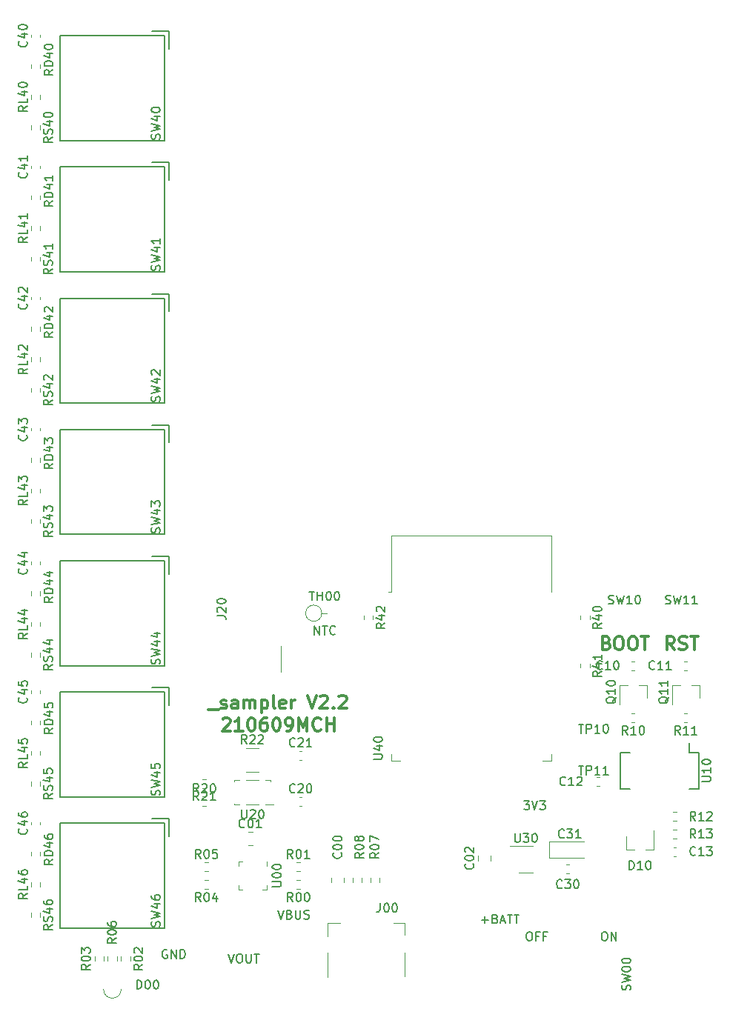
<source format=gbr>
G04 #@! TF.GenerationSoftware,KiCad,Pcbnew,(5.1.9-0-10_14)*
G04 #@! TF.CreationDate,2021-06-09T16:44:05+02:00*
G04 #@! TF.ProjectId,foodSampler_v22,666f6f64-5361-46d7-906c-65725f763232,rev?*
G04 #@! TF.SameCoordinates,Original*
G04 #@! TF.FileFunction,Legend,Top*
G04 #@! TF.FilePolarity,Positive*
%FSLAX46Y46*%
G04 Gerber Fmt 4.6, Leading zero omitted, Abs format (unit mm)*
G04 Created by KiCad (PCBNEW (5.1.9-0-10_14)) date 2021-06-09 16:44:05*
%MOMM*%
%LPD*%
G01*
G04 APERTURE LIST*
%ADD10C,0.200000*%
%ADD11C,0.300000*%
%ADD12C,0.120000*%
%ADD13C,0.150000*%
%ADD14C,0.100000*%
G04 APERTURE END LIST*
D10*
X60083333Y-117452380D02*
X60083333Y-116452380D01*
X60654761Y-117452380D01*
X60654761Y-116452380D01*
X60988095Y-116452380D02*
X61559523Y-116452380D01*
X61273809Y-117452380D02*
X61273809Y-116452380D01*
X62464285Y-117357142D02*
X62416666Y-117404761D01*
X62273809Y-117452380D01*
X62178571Y-117452380D01*
X62035714Y-117404761D01*
X61940476Y-117309523D01*
X61892857Y-117214285D01*
X61845238Y-117023809D01*
X61845238Y-116880952D01*
X61892857Y-116690476D01*
X61940476Y-116595238D01*
X62035714Y-116500000D01*
X62178571Y-116452380D01*
X62273809Y-116452380D01*
X62416666Y-116500000D01*
X62464285Y-116547619D01*
X84547619Y-151452380D02*
X84738095Y-151452380D01*
X84833333Y-151500000D01*
X84928571Y-151595238D01*
X84976190Y-151785714D01*
X84976190Y-152119047D01*
X84928571Y-152309523D01*
X84833333Y-152404761D01*
X84738095Y-152452380D01*
X84547619Y-152452380D01*
X84452380Y-152404761D01*
X84357142Y-152309523D01*
X84309523Y-152119047D01*
X84309523Y-151785714D01*
X84357142Y-151595238D01*
X84452380Y-151500000D01*
X84547619Y-151452380D01*
X85738095Y-151928571D02*
X85404761Y-151928571D01*
X85404761Y-152452380D02*
X85404761Y-151452380D01*
X85880952Y-151452380D01*
X86595238Y-151928571D02*
X86261904Y-151928571D01*
X86261904Y-152452380D02*
X86261904Y-151452380D01*
X86738095Y-151452380D01*
X93130952Y-151452380D02*
X93321428Y-151452380D01*
X93416666Y-151500000D01*
X93511904Y-151595238D01*
X93559523Y-151785714D01*
X93559523Y-152119047D01*
X93511904Y-152309523D01*
X93416666Y-152404761D01*
X93321428Y-152452380D01*
X93130952Y-152452380D01*
X93035714Y-152404761D01*
X92940476Y-152309523D01*
X92892857Y-152119047D01*
X92892857Y-151785714D01*
X92940476Y-151595238D01*
X93035714Y-151500000D01*
X93130952Y-151452380D01*
X93988095Y-152452380D02*
X93988095Y-151452380D01*
X94559523Y-152452380D01*
X94559523Y-151452380D01*
X79178571Y-150071428D02*
X79940476Y-150071428D01*
X79559523Y-150452380D02*
X79559523Y-149690476D01*
X80750000Y-149928571D02*
X80892857Y-149976190D01*
X80940476Y-150023809D01*
X80988095Y-150119047D01*
X80988095Y-150261904D01*
X80940476Y-150357142D01*
X80892857Y-150404761D01*
X80797619Y-150452380D01*
X80416666Y-150452380D01*
X80416666Y-149452380D01*
X80750000Y-149452380D01*
X80845238Y-149500000D01*
X80892857Y-149547619D01*
X80940476Y-149642857D01*
X80940476Y-149738095D01*
X80892857Y-149833333D01*
X80845238Y-149880952D01*
X80750000Y-149928571D01*
X80416666Y-149928571D01*
X81369047Y-150166666D02*
X81845238Y-150166666D01*
X81273809Y-150452380D02*
X81607142Y-149452380D01*
X81940476Y-150452380D01*
X82130952Y-149452380D02*
X82702380Y-149452380D01*
X82416666Y-150452380D02*
X82416666Y-149452380D01*
X82892857Y-149452380D02*
X83464285Y-149452380D01*
X83178571Y-150452380D02*
X83178571Y-149452380D01*
X55916666Y-148952380D02*
X56250000Y-149952380D01*
X56583333Y-148952380D01*
X57250000Y-149428571D02*
X57392857Y-149476190D01*
X57440476Y-149523809D01*
X57488095Y-149619047D01*
X57488095Y-149761904D01*
X57440476Y-149857142D01*
X57392857Y-149904761D01*
X57297619Y-149952380D01*
X56916666Y-149952380D01*
X56916666Y-148952380D01*
X57250000Y-148952380D01*
X57345238Y-149000000D01*
X57392857Y-149047619D01*
X57440476Y-149142857D01*
X57440476Y-149238095D01*
X57392857Y-149333333D01*
X57345238Y-149380952D01*
X57250000Y-149428571D01*
X56916666Y-149428571D01*
X57916666Y-148952380D02*
X57916666Y-149761904D01*
X57964285Y-149857142D01*
X58011904Y-149904761D01*
X58107142Y-149952380D01*
X58297619Y-149952380D01*
X58392857Y-149904761D01*
X58440476Y-149857142D01*
X58488095Y-149761904D01*
X58488095Y-148952380D01*
X58916666Y-149904761D02*
X59059523Y-149952380D01*
X59297619Y-149952380D01*
X59392857Y-149904761D01*
X59440476Y-149857142D01*
X59488095Y-149761904D01*
X59488095Y-149666666D01*
X59440476Y-149571428D01*
X59392857Y-149523809D01*
X59297619Y-149476190D01*
X59107142Y-149428571D01*
X59011904Y-149380952D01*
X58964285Y-149333333D01*
X58916666Y-149238095D01*
X58916666Y-149142857D01*
X58964285Y-149047619D01*
X59011904Y-149000000D01*
X59107142Y-148952380D01*
X59345238Y-148952380D01*
X59488095Y-149000000D01*
X50238095Y-153952380D02*
X50571428Y-154952380D01*
X50904761Y-153952380D01*
X51428571Y-153952380D02*
X51619047Y-153952380D01*
X51714285Y-154000000D01*
X51809523Y-154095238D01*
X51857142Y-154285714D01*
X51857142Y-154619047D01*
X51809523Y-154809523D01*
X51714285Y-154904761D01*
X51619047Y-154952380D01*
X51428571Y-154952380D01*
X51333333Y-154904761D01*
X51238095Y-154809523D01*
X51190476Y-154619047D01*
X51190476Y-154285714D01*
X51238095Y-154095238D01*
X51333333Y-154000000D01*
X51428571Y-153952380D01*
X52285714Y-153952380D02*
X52285714Y-154761904D01*
X52333333Y-154857142D01*
X52380952Y-154904761D01*
X52476190Y-154952380D01*
X52666666Y-154952380D01*
X52761904Y-154904761D01*
X52809523Y-154857142D01*
X52857142Y-154761904D01*
X52857142Y-153952380D01*
X53190476Y-153952380D02*
X53761904Y-153952380D01*
X53476190Y-154952380D02*
X53476190Y-153952380D01*
X84011904Y-136452380D02*
X84630952Y-136452380D01*
X84297619Y-136833333D01*
X84440476Y-136833333D01*
X84535714Y-136880952D01*
X84583333Y-136928571D01*
X84630952Y-137023809D01*
X84630952Y-137261904D01*
X84583333Y-137357142D01*
X84535714Y-137404761D01*
X84440476Y-137452380D01*
X84154761Y-137452380D01*
X84059523Y-137404761D01*
X84011904Y-137357142D01*
X84916666Y-136452380D02*
X85250000Y-137452380D01*
X85583333Y-136452380D01*
X85821428Y-136452380D02*
X86440476Y-136452380D01*
X86107142Y-136833333D01*
X86250000Y-136833333D01*
X86345238Y-136880952D01*
X86392857Y-136928571D01*
X86440476Y-137023809D01*
X86440476Y-137261904D01*
X86392857Y-137357142D01*
X86345238Y-137404761D01*
X86250000Y-137452380D01*
X85964285Y-137452380D01*
X85869047Y-137404761D01*
X85821428Y-137357142D01*
X43238095Y-153500000D02*
X43142857Y-153452380D01*
X43000000Y-153452380D01*
X42857142Y-153500000D01*
X42761904Y-153595238D01*
X42714285Y-153690476D01*
X42666666Y-153880952D01*
X42666666Y-154023809D01*
X42714285Y-154214285D01*
X42761904Y-154309523D01*
X42857142Y-154404761D01*
X43000000Y-154452380D01*
X43095238Y-154452380D01*
X43238095Y-154404761D01*
X43285714Y-154357142D01*
X43285714Y-154023809D01*
X43095238Y-154023809D01*
X43714285Y-154452380D02*
X43714285Y-153452380D01*
X44285714Y-154452380D01*
X44285714Y-153452380D01*
X44761904Y-154452380D02*
X44761904Y-153452380D01*
X45000000Y-153452380D01*
X45142857Y-153500000D01*
X45238095Y-153595238D01*
X45285714Y-153690476D01*
X45333333Y-153880952D01*
X45333333Y-154023809D01*
X45285714Y-154214285D01*
X45238095Y-154309523D01*
X45142857Y-154404761D01*
X45000000Y-154452380D01*
X44761904Y-154452380D01*
D11*
X47964285Y-126046428D02*
X49107142Y-126046428D01*
X49392857Y-125832142D02*
X49535714Y-125903571D01*
X49821428Y-125903571D01*
X49964285Y-125832142D01*
X50035714Y-125689285D01*
X50035714Y-125617857D01*
X49964285Y-125475000D01*
X49821428Y-125403571D01*
X49607142Y-125403571D01*
X49464285Y-125332142D01*
X49392857Y-125189285D01*
X49392857Y-125117857D01*
X49464285Y-124975000D01*
X49607142Y-124903571D01*
X49821428Y-124903571D01*
X49964285Y-124975000D01*
X51321428Y-125903571D02*
X51321428Y-125117857D01*
X51250000Y-124975000D01*
X51107142Y-124903571D01*
X50821428Y-124903571D01*
X50678571Y-124975000D01*
X51321428Y-125832142D02*
X51178571Y-125903571D01*
X50821428Y-125903571D01*
X50678571Y-125832142D01*
X50607142Y-125689285D01*
X50607142Y-125546428D01*
X50678571Y-125403571D01*
X50821428Y-125332142D01*
X51178571Y-125332142D01*
X51321428Y-125260714D01*
X52035714Y-125903571D02*
X52035714Y-124903571D01*
X52035714Y-125046428D02*
X52107142Y-124975000D01*
X52250000Y-124903571D01*
X52464285Y-124903571D01*
X52607142Y-124975000D01*
X52678571Y-125117857D01*
X52678571Y-125903571D01*
X52678571Y-125117857D02*
X52750000Y-124975000D01*
X52892857Y-124903571D01*
X53107142Y-124903571D01*
X53250000Y-124975000D01*
X53321428Y-125117857D01*
X53321428Y-125903571D01*
X54035714Y-124903571D02*
X54035714Y-126403571D01*
X54035714Y-124975000D02*
X54178571Y-124903571D01*
X54464285Y-124903571D01*
X54607142Y-124975000D01*
X54678571Y-125046428D01*
X54750000Y-125189285D01*
X54750000Y-125617857D01*
X54678571Y-125760714D01*
X54607142Y-125832142D01*
X54464285Y-125903571D01*
X54178571Y-125903571D01*
X54035714Y-125832142D01*
X55607142Y-125903571D02*
X55464285Y-125832142D01*
X55392857Y-125689285D01*
X55392857Y-124403571D01*
X56750000Y-125832142D02*
X56607142Y-125903571D01*
X56321428Y-125903571D01*
X56178571Y-125832142D01*
X56107142Y-125689285D01*
X56107142Y-125117857D01*
X56178571Y-124975000D01*
X56321428Y-124903571D01*
X56607142Y-124903571D01*
X56750000Y-124975000D01*
X56821428Y-125117857D01*
X56821428Y-125260714D01*
X56107142Y-125403571D01*
X57464285Y-125903571D02*
X57464285Y-124903571D01*
X57464285Y-125189285D02*
X57535714Y-125046428D01*
X57607142Y-124975000D01*
X57750000Y-124903571D01*
X57892857Y-124903571D01*
X59321428Y-124403571D02*
X59821428Y-125903571D01*
X60321428Y-124403571D01*
X60750000Y-124546428D02*
X60821428Y-124475000D01*
X60964285Y-124403571D01*
X61321428Y-124403571D01*
X61464285Y-124475000D01*
X61535714Y-124546428D01*
X61607142Y-124689285D01*
X61607142Y-124832142D01*
X61535714Y-125046428D01*
X60678571Y-125903571D01*
X61607142Y-125903571D01*
X62250000Y-125760714D02*
X62321428Y-125832142D01*
X62250000Y-125903571D01*
X62178571Y-125832142D01*
X62250000Y-125760714D01*
X62250000Y-125903571D01*
X62892857Y-124546428D02*
X62964285Y-124475000D01*
X63107142Y-124403571D01*
X63464285Y-124403571D01*
X63607142Y-124475000D01*
X63678571Y-124546428D01*
X63750000Y-124689285D01*
X63750000Y-124832142D01*
X63678571Y-125046428D01*
X62821428Y-125903571D01*
X63750000Y-125903571D01*
X49607142Y-127096428D02*
X49678571Y-127025000D01*
X49821428Y-126953571D01*
X50178571Y-126953571D01*
X50321428Y-127025000D01*
X50392857Y-127096428D01*
X50464285Y-127239285D01*
X50464285Y-127382142D01*
X50392857Y-127596428D01*
X49535714Y-128453571D01*
X50464285Y-128453571D01*
X51892857Y-128453571D02*
X51035714Y-128453571D01*
X51464285Y-128453571D02*
X51464285Y-126953571D01*
X51321428Y-127167857D01*
X51178571Y-127310714D01*
X51035714Y-127382142D01*
X52821428Y-126953571D02*
X52964285Y-126953571D01*
X53107142Y-127025000D01*
X53178571Y-127096428D01*
X53249999Y-127239285D01*
X53321428Y-127525000D01*
X53321428Y-127882142D01*
X53249999Y-128167857D01*
X53178571Y-128310714D01*
X53107142Y-128382142D01*
X52964285Y-128453571D01*
X52821428Y-128453571D01*
X52678571Y-128382142D01*
X52607142Y-128310714D01*
X52535714Y-128167857D01*
X52464285Y-127882142D01*
X52464285Y-127525000D01*
X52535714Y-127239285D01*
X52607142Y-127096428D01*
X52678571Y-127025000D01*
X52821428Y-126953571D01*
X54607142Y-126953571D02*
X54321428Y-126953571D01*
X54178571Y-127025000D01*
X54107142Y-127096428D01*
X53964285Y-127310714D01*
X53892857Y-127596428D01*
X53892857Y-128167857D01*
X53964285Y-128310714D01*
X54035714Y-128382142D01*
X54178571Y-128453571D01*
X54464285Y-128453571D01*
X54607142Y-128382142D01*
X54678571Y-128310714D01*
X54749999Y-128167857D01*
X54749999Y-127810714D01*
X54678571Y-127667857D01*
X54607142Y-127596428D01*
X54464285Y-127525000D01*
X54178571Y-127525000D01*
X54035714Y-127596428D01*
X53964285Y-127667857D01*
X53892857Y-127810714D01*
X55678571Y-126953571D02*
X55821428Y-126953571D01*
X55964285Y-127025000D01*
X56035714Y-127096428D01*
X56107142Y-127239285D01*
X56178571Y-127525000D01*
X56178571Y-127882142D01*
X56107142Y-128167857D01*
X56035714Y-128310714D01*
X55964285Y-128382142D01*
X55821428Y-128453571D01*
X55678571Y-128453571D01*
X55535714Y-128382142D01*
X55464285Y-128310714D01*
X55392857Y-128167857D01*
X55321428Y-127882142D01*
X55321428Y-127525000D01*
X55392857Y-127239285D01*
X55464285Y-127096428D01*
X55535714Y-127025000D01*
X55678571Y-126953571D01*
X56892857Y-128453571D02*
X57178571Y-128453571D01*
X57321428Y-128382142D01*
X57392857Y-128310714D01*
X57535714Y-128096428D01*
X57607142Y-127810714D01*
X57607142Y-127239285D01*
X57535714Y-127096428D01*
X57464285Y-127025000D01*
X57321428Y-126953571D01*
X57035714Y-126953571D01*
X56892857Y-127025000D01*
X56821428Y-127096428D01*
X56749999Y-127239285D01*
X56749999Y-127596428D01*
X56821428Y-127739285D01*
X56892857Y-127810714D01*
X57035714Y-127882142D01*
X57321428Y-127882142D01*
X57464285Y-127810714D01*
X57535714Y-127739285D01*
X57607142Y-127596428D01*
X58249999Y-128453571D02*
X58249999Y-126953571D01*
X58749999Y-128025000D01*
X59249999Y-126953571D01*
X59249999Y-128453571D01*
X60821428Y-128310714D02*
X60750000Y-128382142D01*
X60535714Y-128453571D01*
X60392857Y-128453571D01*
X60178571Y-128382142D01*
X60035714Y-128239285D01*
X59964285Y-128096428D01*
X59892857Y-127810714D01*
X59892857Y-127596428D01*
X59964285Y-127310714D01*
X60035714Y-127167857D01*
X60178571Y-127025000D01*
X60392857Y-126953571D01*
X60535714Y-126953571D01*
X60750000Y-127025000D01*
X60821428Y-127096428D01*
X61464285Y-128453571D02*
X61464285Y-126953571D01*
X61464285Y-127667857D02*
X62321428Y-127667857D01*
X62321428Y-128453571D02*
X62321428Y-126953571D01*
X101178571Y-119178571D02*
X100678571Y-118464285D01*
X100321428Y-119178571D02*
X100321428Y-117678571D01*
X100892857Y-117678571D01*
X101035714Y-117750000D01*
X101107142Y-117821428D01*
X101178571Y-117964285D01*
X101178571Y-118178571D01*
X101107142Y-118321428D01*
X101035714Y-118392857D01*
X100892857Y-118464285D01*
X100321428Y-118464285D01*
X101750000Y-119107142D02*
X101964285Y-119178571D01*
X102321428Y-119178571D01*
X102464285Y-119107142D01*
X102535714Y-119035714D01*
X102607142Y-118892857D01*
X102607142Y-118750000D01*
X102535714Y-118607142D01*
X102464285Y-118535714D01*
X102321428Y-118464285D01*
X102035714Y-118392857D01*
X101892857Y-118321428D01*
X101821428Y-118250000D01*
X101750000Y-118107142D01*
X101750000Y-117964285D01*
X101821428Y-117821428D01*
X101892857Y-117750000D01*
X102035714Y-117678571D01*
X102392857Y-117678571D01*
X102607142Y-117750000D01*
X103035714Y-117678571D02*
X103892857Y-117678571D01*
X103464285Y-119178571D02*
X103464285Y-117678571D01*
X93464285Y-118392857D02*
X93678571Y-118464285D01*
X93750000Y-118535714D01*
X93821428Y-118678571D01*
X93821428Y-118892857D01*
X93750000Y-119035714D01*
X93678571Y-119107142D01*
X93535714Y-119178571D01*
X92964285Y-119178571D01*
X92964285Y-117678571D01*
X93464285Y-117678571D01*
X93607142Y-117750000D01*
X93678571Y-117821428D01*
X93750000Y-117964285D01*
X93750000Y-118107142D01*
X93678571Y-118250000D01*
X93607142Y-118321428D01*
X93464285Y-118392857D01*
X92964285Y-118392857D01*
X94750000Y-117678571D02*
X95035714Y-117678571D01*
X95178571Y-117750000D01*
X95321428Y-117892857D01*
X95392857Y-118178571D01*
X95392857Y-118678571D01*
X95321428Y-118964285D01*
X95178571Y-119107142D01*
X95035714Y-119178571D01*
X94750000Y-119178571D01*
X94607142Y-119107142D01*
X94464285Y-118964285D01*
X94392857Y-118678571D01*
X94392857Y-118178571D01*
X94464285Y-117892857D01*
X94607142Y-117750000D01*
X94750000Y-117678571D01*
X96321428Y-117678571D02*
X96607142Y-117678571D01*
X96750000Y-117750000D01*
X96892857Y-117892857D01*
X96964285Y-118178571D01*
X96964285Y-118678571D01*
X96892857Y-118964285D01*
X96750000Y-119107142D01*
X96607142Y-119178571D01*
X96321428Y-119178571D01*
X96178571Y-119107142D01*
X96035714Y-118964285D01*
X95964285Y-118678571D01*
X95964285Y-118178571D01*
X96035714Y-117892857D01*
X96178571Y-117750000D01*
X96321428Y-117678571D01*
X97392857Y-117678571D02*
X98250000Y-117678571D01*
X97821428Y-119178571D02*
X97821428Y-117678571D01*
D12*
X50900000Y-136900000D02*
X50900000Y-136750000D01*
X55100000Y-134100000D02*
X55100000Y-134250000D01*
X54500000Y-134100000D02*
X55100000Y-134100000D01*
X52300000Y-136900000D02*
X53700000Y-136900000D01*
X52300000Y-134100000D02*
X53700000Y-134100000D01*
X51500000Y-136900000D02*
X50900000Y-136900000D01*
X50900000Y-134100000D02*
X51500000Y-134100000D01*
X54500701Y-136897393D02*
X55400701Y-136897393D01*
X50900000Y-134100000D02*
X50900000Y-134250000D01*
X88884420Y-143765000D02*
X89165580Y-143765000D01*
X88884420Y-144785000D02*
X89165580Y-144785000D01*
X68880000Y-112555000D02*
X68500000Y-112555000D01*
X68880000Y-106135000D02*
X68880000Y-112555000D01*
X87120000Y-106135000D02*
X87120000Y-112555000D01*
X68880000Y-106135000D02*
X87120000Y-106135000D01*
X87120000Y-131880000D02*
X86120000Y-131880000D01*
X87120000Y-131100000D02*
X87120000Y-131880000D01*
X68880000Y-131880000D02*
X69880000Y-131880000D01*
X68880000Y-131100000D02*
X68880000Y-131880000D01*
X96662779Y-120490000D02*
X96337221Y-120490000D01*
X96662779Y-121510000D02*
X96337221Y-121510000D01*
X102662779Y-121510000D02*
X102337221Y-121510000D01*
X102662779Y-120490000D02*
X102337221Y-120490000D01*
X92662779Y-134760000D02*
X92337221Y-134760000D01*
X92662779Y-133740000D02*
X92337221Y-133740000D01*
X98080000Y-123240000D02*
X97150000Y-123240000D01*
X94920000Y-123240000D02*
X95850000Y-123240000D01*
X94920000Y-123240000D02*
X94920000Y-125400000D01*
X98080000Y-123240000D02*
X98080000Y-124700000D01*
X104080000Y-123240000D02*
X104080000Y-124700000D01*
X100920000Y-123240000D02*
X100920000Y-125400000D01*
X100920000Y-123240000D02*
X101850000Y-123240000D01*
X104080000Y-123240000D02*
X103150000Y-123240000D01*
X96662779Y-127510000D02*
X96337221Y-127510000D01*
X96662779Y-126490000D02*
X96337221Y-126490000D01*
X102662779Y-126490000D02*
X102337221Y-126490000D01*
X102662779Y-127510000D02*
X102337221Y-127510000D01*
D13*
X102865000Y-130925000D02*
X103975000Y-130925000D01*
X103975000Y-135075000D02*
X102865000Y-135075000D01*
X95025000Y-135075000D02*
X96135000Y-135075000D01*
X95025000Y-130925000D02*
X96135000Y-130925000D01*
X103975000Y-130925000D02*
X103975000Y-135075000D01*
X95025000Y-130925000D02*
X95025000Y-135075000D01*
X102865000Y-130925000D02*
X102865000Y-129800000D01*
D12*
X95670000Y-142010000D02*
X96600000Y-142010000D01*
X98830000Y-142010000D02*
X97900000Y-142010000D01*
X98830000Y-142010000D02*
X98830000Y-139850000D01*
X95670000Y-142010000D02*
X95670000Y-140550000D01*
X63485000Y-145761252D02*
X63485000Y-145238748D01*
X62015000Y-145761252D02*
X62015000Y-145238748D01*
X52488748Y-140015000D02*
X53011252Y-140015000D01*
X52488748Y-141485000D02*
X53011252Y-141485000D01*
X78765000Y-143261252D02*
X78765000Y-142738748D01*
X80235000Y-143261252D02*
X80235000Y-142738748D01*
X58012742Y-146522500D02*
X58487258Y-146522500D01*
X58012742Y-145477500D02*
X58487258Y-145477500D01*
X58012742Y-143477500D02*
X58487258Y-143477500D01*
X58012742Y-144522500D02*
X58487258Y-144522500D01*
X47512742Y-146522500D02*
X47987258Y-146522500D01*
X47512742Y-145477500D02*
X47987258Y-145477500D01*
X47512742Y-143477500D02*
X47987258Y-143477500D01*
X47512742Y-144522500D02*
X47987258Y-144522500D01*
X60920000Y-115000000D02*
X61540000Y-115000000D01*
X60920000Y-115000000D02*
G75*
G03*
X60920000Y-115000000I-920000J0D01*
G01*
X54610000Y-143865000D02*
X54610000Y-143390000D01*
X51390000Y-146610000D02*
X51865000Y-146610000D01*
X51390000Y-146135000D02*
X51390000Y-146610000D01*
X51390000Y-143390000D02*
X51865000Y-143390000D01*
X51390000Y-143865000D02*
X51390000Y-143390000D01*
X54610000Y-146610000D02*
X54135000Y-146610000D01*
X54610000Y-146135000D02*
X54610000Y-146610000D01*
X84225001Y-141575001D02*
X82425001Y-141575001D01*
X84225001Y-141575001D02*
X85025001Y-141575001D01*
X84225001Y-144695001D02*
X83425001Y-144695001D01*
X84225001Y-144695001D02*
X85025001Y-144695001D01*
X86940000Y-142935000D02*
X90850000Y-142935000D01*
X86940000Y-141065000D02*
X86940000Y-142935000D01*
X90850000Y-141065000D02*
X86940000Y-141065000D01*
X56250000Y-118750000D02*
X56250000Y-121750000D01*
X38000000Y-158000000D02*
G75*
G02*
X36000000Y-158000000I-1000000J0D01*
G01*
X37977500Y-154737258D02*
X37977500Y-154262742D01*
X39022500Y-154737258D02*
X39022500Y-154262742D01*
X36022500Y-154737258D02*
X36022500Y-154262742D01*
X34977500Y-154737258D02*
X34977500Y-154262742D01*
X37522500Y-154737258D02*
X37522500Y-154262742D01*
X36477500Y-154737258D02*
X36477500Y-154262742D01*
X66477500Y-145737258D02*
X66477500Y-145262742D01*
X67522500Y-145737258D02*
X67522500Y-145262742D01*
X64477500Y-145262742D02*
X64477500Y-145737258D01*
X65522500Y-145262742D02*
X65522500Y-145737258D01*
X58359420Y-135990000D02*
X58640580Y-135990000D01*
X58359420Y-137010000D02*
X58640580Y-137010000D01*
X58359420Y-130740000D02*
X58640580Y-130740000D01*
X58359420Y-131760000D02*
X58640580Y-131760000D01*
X28760000Y-49140580D02*
X28760000Y-48859420D01*
X27740000Y-49140580D02*
X27740000Y-48859420D01*
X28760000Y-64140580D02*
X28760000Y-63859420D01*
X27740000Y-64140580D02*
X27740000Y-63859420D01*
X28760000Y-79140580D02*
X28760000Y-78859420D01*
X27740000Y-79140580D02*
X27740000Y-78859420D01*
X28760000Y-94140580D02*
X28760000Y-93859420D01*
X27740000Y-94140580D02*
X27740000Y-93859420D01*
X27740000Y-109415580D02*
X27740000Y-109134420D01*
X28760000Y-109415580D02*
X28760000Y-109134420D01*
X28760000Y-124140580D02*
X28760000Y-123859420D01*
X27740000Y-124140580D02*
X27740000Y-123859420D01*
X27740000Y-139140580D02*
X27740000Y-138859420D01*
X28760000Y-139140580D02*
X28760000Y-138859420D01*
D14*
X70400000Y-153800000D02*
X70400000Y-156500000D01*
X61600000Y-153800000D02*
X61600000Y-156600000D01*
X70400000Y-150400000D02*
X70400000Y-151800000D01*
X69100000Y-150400000D02*
X70400000Y-150400000D01*
X61600000Y-150400000D02*
X61600000Y-151900000D01*
X61600000Y-150400000D02*
X63000000Y-150400000D01*
D12*
X47262742Y-135977500D02*
X47737258Y-135977500D01*
X47262742Y-137022500D02*
X47737258Y-137022500D01*
X47737258Y-133977500D02*
X47262742Y-133977500D01*
X47737258Y-135022500D02*
X47262742Y-135022500D01*
X52276263Y-133105000D02*
X53723737Y-133105000D01*
X52276263Y-130395000D02*
X53723737Y-130395000D01*
X90477500Y-115262742D02*
X90477500Y-115737258D01*
X91522500Y-115262742D02*
X91522500Y-115737258D01*
X91522500Y-120762742D02*
X91522500Y-121237258D01*
X90477500Y-120762742D02*
X90477500Y-121237258D01*
X65727500Y-115262742D02*
X65727500Y-115737258D01*
X66772500Y-115262742D02*
X66772500Y-115737258D01*
X28772500Y-52737258D02*
X28772500Y-52262742D01*
X27727500Y-52737258D02*
X27727500Y-52262742D01*
X28772500Y-67737258D02*
X28772500Y-67262742D01*
X27727500Y-67737258D02*
X27727500Y-67262742D01*
X27727500Y-82737258D02*
X27727500Y-82262742D01*
X28772500Y-82737258D02*
X28772500Y-82262742D01*
X28772500Y-97737258D02*
X28772500Y-97262742D01*
X27727500Y-97737258D02*
X27727500Y-97262742D01*
X27727500Y-112987258D02*
X27727500Y-112512742D01*
X28772500Y-112987258D02*
X28772500Y-112512742D01*
X27727500Y-127737258D02*
X27727500Y-127262742D01*
X28772500Y-127737258D02*
X28772500Y-127262742D01*
X28772500Y-142737258D02*
X28772500Y-142262742D01*
X27727500Y-142737258D02*
X27727500Y-142262742D01*
X27727500Y-56237258D02*
X27727500Y-55762742D01*
X28772500Y-56237258D02*
X28772500Y-55762742D01*
X27727500Y-71237258D02*
X27727500Y-70762742D01*
X28772500Y-71237258D02*
X28772500Y-70762742D01*
X28772500Y-86237258D02*
X28772500Y-85762742D01*
X27727500Y-86237258D02*
X27727500Y-85762742D01*
X27727500Y-101237258D02*
X27727500Y-100762742D01*
X28772500Y-101237258D02*
X28772500Y-100762742D01*
X28772500Y-116487258D02*
X28772500Y-116012742D01*
X27727500Y-116487258D02*
X27727500Y-116012742D01*
X28772500Y-131237258D02*
X28772500Y-130762742D01*
X27727500Y-131237258D02*
X27727500Y-130762742D01*
X27727500Y-146237258D02*
X27727500Y-145762742D01*
X28772500Y-146237258D02*
X28772500Y-145762742D01*
X28772500Y-59262742D02*
X28772500Y-59737258D01*
X27727500Y-59262742D02*
X27727500Y-59737258D01*
X28772500Y-74262742D02*
X28772500Y-74737258D01*
X27727500Y-74262742D02*
X27727500Y-74737258D01*
X27727500Y-89262742D02*
X27727500Y-89737258D01*
X28772500Y-89262742D02*
X28772500Y-89737258D01*
X28772500Y-104262742D02*
X28772500Y-104737258D01*
X27727500Y-104262742D02*
X27727500Y-104737258D01*
X27727500Y-119512742D02*
X27727500Y-119987258D01*
X28772500Y-119512742D02*
X28772500Y-119987258D01*
X27727500Y-134262742D02*
X27727500Y-134737258D01*
X28772500Y-134262742D02*
X28772500Y-134737258D01*
X28772500Y-149262742D02*
X28772500Y-149737258D01*
X27727500Y-149262742D02*
X27727500Y-149737258D01*
D13*
X43500000Y-50000000D02*
X43500000Y-50500000D01*
X43500000Y-48500000D02*
X43500000Y-50000000D01*
X41500000Y-48500000D02*
X43500000Y-48500000D01*
X31000000Y-49000000D02*
X43000000Y-49000000D01*
X31000000Y-61000000D02*
X31000000Y-49000000D01*
X43000000Y-61000000D02*
X31000000Y-61000000D01*
X43000000Y-49000000D02*
X43000000Y-61000000D01*
X43000000Y-64000000D02*
X43000000Y-76000000D01*
X43000000Y-76000000D02*
X31000000Y-76000000D01*
X31000000Y-76000000D02*
X31000000Y-64000000D01*
X31000000Y-64000000D02*
X43000000Y-64000000D01*
X41500000Y-63500000D02*
X43500000Y-63500000D01*
X43500000Y-63500000D02*
X43500000Y-65000000D01*
X43500000Y-65000000D02*
X43500000Y-65500000D01*
X43500000Y-80000000D02*
X43500000Y-80500000D01*
X43500000Y-78500000D02*
X43500000Y-80000000D01*
X41500000Y-78500000D02*
X43500000Y-78500000D01*
X31000000Y-79000000D02*
X43000000Y-79000000D01*
X31000000Y-91000000D02*
X31000000Y-79000000D01*
X43000000Y-91000000D02*
X31000000Y-91000000D01*
X43000000Y-79000000D02*
X43000000Y-91000000D01*
X43000000Y-94000000D02*
X43000000Y-106000000D01*
X43000000Y-106000000D02*
X31000000Y-106000000D01*
X31000000Y-106000000D02*
X31000000Y-94000000D01*
X31000000Y-94000000D02*
X43000000Y-94000000D01*
X41500000Y-93500000D02*
X43500000Y-93500000D01*
X43500000Y-93500000D02*
X43500000Y-95000000D01*
X43500000Y-95000000D02*
X43500000Y-95500000D01*
X43500000Y-110000000D02*
X43500000Y-110500000D01*
X43500000Y-108500000D02*
X43500000Y-110000000D01*
X41500000Y-108500000D02*
X43500000Y-108500000D01*
X31000000Y-109000000D02*
X43000000Y-109000000D01*
X31000000Y-121000000D02*
X31000000Y-109000000D01*
X43000000Y-121000000D02*
X31000000Y-121000000D01*
X43000000Y-109000000D02*
X43000000Y-121000000D01*
X43000000Y-124000000D02*
X43000000Y-136000000D01*
X43000000Y-136000000D02*
X31000000Y-136000000D01*
X31000000Y-136000000D02*
X31000000Y-124000000D01*
X31000000Y-124000000D02*
X43000000Y-124000000D01*
X41500000Y-123500000D02*
X43500000Y-123500000D01*
X43500000Y-123500000D02*
X43500000Y-125000000D01*
X43500000Y-125000000D02*
X43500000Y-125500000D01*
X43500000Y-140000000D02*
X43500000Y-140500000D01*
X43500000Y-138500000D02*
X43500000Y-140000000D01*
X41500000Y-138500000D02*
X43500000Y-138500000D01*
X31000000Y-139000000D02*
X43000000Y-139000000D01*
X31000000Y-151000000D02*
X31000000Y-139000000D01*
X43000000Y-151000000D02*
X31000000Y-151000000D01*
X43000000Y-139000000D02*
X43000000Y-151000000D01*
D12*
X101109420Y-142760000D02*
X101390580Y-142760000D01*
X101109420Y-141740000D02*
X101390580Y-141740000D01*
X101487258Y-138772500D02*
X101012742Y-138772500D01*
X101487258Y-137727500D02*
X101012742Y-137727500D01*
X101012742Y-140772500D02*
X101487258Y-140772500D01*
X101012742Y-139727500D02*
X101487258Y-139727500D01*
D13*
X51762605Y-137469773D02*
X51762605Y-138279297D01*
X51810224Y-138374535D01*
X51857843Y-138422154D01*
X51953081Y-138469773D01*
X52143558Y-138469773D01*
X52238796Y-138422154D01*
X52286415Y-138374535D01*
X52334034Y-138279297D01*
X52334034Y-137469773D01*
X52762605Y-137565012D02*
X52810224Y-137517393D01*
X52905462Y-137469773D01*
X53143558Y-137469773D01*
X53238796Y-137517393D01*
X53286415Y-137565012D01*
X53334034Y-137660250D01*
X53334034Y-137755488D01*
X53286415Y-137898345D01*
X52714986Y-138469773D01*
X53334034Y-138469773D01*
X53953081Y-137469773D02*
X54048320Y-137469773D01*
X54143558Y-137517393D01*
X54191177Y-137565012D01*
X54238796Y-137660250D01*
X54286415Y-137850726D01*
X54286415Y-138088821D01*
X54238796Y-138279297D01*
X54191177Y-138374535D01*
X54143558Y-138422154D01*
X54048320Y-138469773D01*
X53953081Y-138469773D01*
X53857843Y-138422154D01*
X53810224Y-138374535D01*
X53762605Y-138279297D01*
X53714986Y-138088821D01*
X53714986Y-137850726D01*
X53762605Y-137660250D01*
X53810224Y-137565012D01*
X53857843Y-137517393D01*
X53953081Y-137469773D01*
X96154761Y-158059523D02*
X96202380Y-157916666D01*
X96202380Y-157678571D01*
X96154761Y-157583333D01*
X96107142Y-157535714D01*
X96011904Y-157488095D01*
X95916666Y-157488095D01*
X95821428Y-157535714D01*
X95773809Y-157583333D01*
X95726190Y-157678571D01*
X95678571Y-157869047D01*
X95630952Y-157964285D01*
X95583333Y-158011904D01*
X95488095Y-158059523D01*
X95392857Y-158059523D01*
X95297619Y-158011904D01*
X95250000Y-157964285D01*
X95202380Y-157869047D01*
X95202380Y-157630952D01*
X95250000Y-157488095D01*
X95202380Y-157154761D02*
X96202380Y-156916666D01*
X95488095Y-156726190D01*
X96202380Y-156535714D01*
X95202380Y-156297619D01*
X95202380Y-155726190D02*
X95202380Y-155630952D01*
X95250000Y-155535714D01*
X95297619Y-155488095D01*
X95392857Y-155440476D01*
X95583333Y-155392857D01*
X95821428Y-155392857D01*
X96011904Y-155440476D01*
X96107142Y-155488095D01*
X96154761Y-155535714D01*
X96202380Y-155630952D01*
X96202380Y-155726190D01*
X96154761Y-155821428D01*
X96107142Y-155869047D01*
X96011904Y-155916666D01*
X95821428Y-155964285D01*
X95583333Y-155964285D01*
X95392857Y-155916666D01*
X95297619Y-155869047D01*
X95250000Y-155821428D01*
X95202380Y-155726190D01*
X95202380Y-154773809D02*
X95202380Y-154678571D01*
X95250000Y-154583333D01*
X95297619Y-154535714D01*
X95392857Y-154488095D01*
X95583333Y-154440476D01*
X95821428Y-154440476D01*
X96011904Y-154488095D01*
X96107142Y-154535714D01*
X96154761Y-154583333D01*
X96202380Y-154678571D01*
X96202380Y-154773809D01*
X96154761Y-154869047D01*
X96107142Y-154916666D01*
X96011904Y-154964285D01*
X95821428Y-155011904D01*
X95583333Y-155011904D01*
X95392857Y-154964285D01*
X95297619Y-154916666D01*
X95250000Y-154869047D01*
X95202380Y-154773809D01*
X93690476Y-113904761D02*
X93833333Y-113952380D01*
X94071428Y-113952380D01*
X94166666Y-113904761D01*
X94214285Y-113857142D01*
X94261904Y-113761904D01*
X94261904Y-113666666D01*
X94214285Y-113571428D01*
X94166666Y-113523809D01*
X94071428Y-113476190D01*
X93880952Y-113428571D01*
X93785714Y-113380952D01*
X93738095Y-113333333D01*
X93690476Y-113238095D01*
X93690476Y-113142857D01*
X93738095Y-113047619D01*
X93785714Y-113000000D01*
X93880952Y-112952380D01*
X94119047Y-112952380D01*
X94261904Y-113000000D01*
X94595238Y-112952380D02*
X94833333Y-113952380D01*
X95023809Y-113238095D01*
X95214285Y-113952380D01*
X95452380Y-112952380D01*
X96357142Y-113952380D02*
X95785714Y-113952380D01*
X96071428Y-113952380D02*
X96071428Y-112952380D01*
X95976190Y-113095238D01*
X95880952Y-113190476D01*
X95785714Y-113238095D01*
X96976190Y-112952380D02*
X97071428Y-112952380D01*
X97166666Y-113000000D01*
X97214285Y-113047619D01*
X97261904Y-113142857D01*
X97309523Y-113333333D01*
X97309523Y-113571428D01*
X97261904Y-113761904D01*
X97214285Y-113857142D01*
X97166666Y-113904761D01*
X97071428Y-113952380D01*
X96976190Y-113952380D01*
X96880952Y-113904761D01*
X96833333Y-113857142D01*
X96785714Y-113761904D01*
X96738095Y-113571428D01*
X96738095Y-113333333D01*
X96785714Y-113142857D01*
X96833333Y-113047619D01*
X96880952Y-113000000D01*
X96976190Y-112952380D01*
X100190476Y-113904761D02*
X100333333Y-113952380D01*
X100571428Y-113952380D01*
X100666666Y-113904761D01*
X100714285Y-113857142D01*
X100761904Y-113761904D01*
X100761904Y-113666666D01*
X100714285Y-113571428D01*
X100666666Y-113523809D01*
X100571428Y-113476190D01*
X100380952Y-113428571D01*
X100285714Y-113380952D01*
X100238095Y-113333333D01*
X100190476Y-113238095D01*
X100190476Y-113142857D01*
X100238095Y-113047619D01*
X100285714Y-113000000D01*
X100380952Y-112952380D01*
X100619047Y-112952380D01*
X100761904Y-113000000D01*
X101095238Y-112952380D02*
X101333333Y-113952380D01*
X101523809Y-113238095D01*
X101714285Y-113952380D01*
X101952380Y-112952380D01*
X102857142Y-113952380D02*
X102285714Y-113952380D01*
X102571428Y-113952380D02*
X102571428Y-112952380D01*
X102476190Y-113095238D01*
X102380952Y-113190476D01*
X102285714Y-113238095D01*
X103809523Y-113952380D02*
X103238095Y-113952380D01*
X103523809Y-113952380D02*
X103523809Y-112952380D01*
X103428571Y-113095238D01*
X103333333Y-113190476D01*
X103238095Y-113238095D01*
X88382142Y-146357142D02*
X88334523Y-146404761D01*
X88191666Y-146452380D01*
X88096428Y-146452380D01*
X87953571Y-146404761D01*
X87858333Y-146309523D01*
X87810714Y-146214285D01*
X87763095Y-146023809D01*
X87763095Y-145880952D01*
X87810714Y-145690476D01*
X87858333Y-145595238D01*
X87953571Y-145500000D01*
X88096428Y-145452380D01*
X88191666Y-145452380D01*
X88334523Y-145500000D01*
X88382142Y-145547619D01*
X88715476Y-145452380D02*
X89334523Y-145452380D01*
X89001190Y-145833333D01*
X89144047Y-145833333D01*
X89239285Y-145880952D01*
X89286904Y-145928571D01*
X89334523Y-146023809D01*
X89334523Y-146261904D01*
X89286904Y-146357142D01*
X89239285Y-146404761D01*
X89144047Y-146452380D01*
X88858333Y-146452380D01*
X88763095Y-146404761D01*
X88715476Y-146357142D01*
X89953571Y-145452380D02*
X90048809Y-145452380D01*
X90144047Y-145500000D01*
X90191666Y-145547619D01*
X90239285Y-145642857D01*
X90286904Y-145833333D01*
X90286904Y-146071428D01*
X90239285Y-146261904D01*
X90191666Y-146357142D01*
X90144047Y-146404761D01*
X90048809Y-146452380D01*
X89953571Y-146452380D01*
X89858333Y-146404761D01*
X89810714Y-146357142D01*
X89763095Y-146261904D01*
X89715476Y-146071428D01*
X89715476Y-145833333D01*
X89763095Y-145642857D01*
X89810714Y-145547619D01*
X89858333Y-145500000D01*
X89953571Y-145452380D01*
X66842380Y-131668095D02*
X67651904Y-131668095D01*
X67747142Y-131620476D01*
X67794761Y-131572857D01*
X67842380Y-131477619D01*
X67842380Y-131287142D01*
X67794761Y-131191904D01*
X67747142Y-131144285D01*
X67651904Y-131096666D01*
X66842380Y-131096666D01*
X67175714Y-130191904D02*
X67842380Y-130191904D01*
X66794761Y-130430000D02*
X67509047Y-130668095D01*
X67509047Y-130049047D01*
X66842380Y-129477619D02*
X66842380Y-129382380D01*
X66890000Y-129287142D01*
X66937619Y-129239523D01*
X67032857Y-129191904D01*
X67223333Y-129144285D01*
X67461428Y-129144285D01*
X67651904Y-129191904D01*
X67747142Y-129239523D01*
X67794761Y-129287142D01*
X67842380Y-129382380D01*
X67842380Y-129477619D01*
X67794761Y-129572857D01*
X67747142Y-129620476D01*
X67651904Y-129668095D01*
X67461428Y-129715714D01*
X67223333Y-129715714D01*
X67032857Y-129668095D01*
X66937619Y-129620476D01*
X66890000Y-129572857D01*
X66842380Y-129477619D01*
X92957142Y-121357142D02*
X92909523Y-121404761D01*
X92766666Y-121452380D01*
X92671428Y-121452380D01*
X92528571Y-121404761D01*
X92433333Y-121309523D01*
X92385714Y-121214285D01*
X92338095Y-121023809D01*
X92338095Y-120880952D01*
X92385714Y-120690476D01*
X92433333Y-120595238D01*
X92528571Y-120500000D01*
X92671428Y-120452380D01*
X92766666Y-120452380D01*
X92909523Y-120500000D01*
X92957142Y-120547619D01*
X93909523Y-121452380D02*
X93338095Y-121452380D01*
X93623809Y-121452380D02*
X93623809Y-120452380D01*
X93528571Y-120595238D01*
X93433333Y-120690476D01*
X93338095Y-120738095D01*
X94528571Y-120452380D02*
X94623809Y-120452380D01*
X94719047Y-120500000D01*
X94766666Y-120547619D01*
X94814285Y-120642857D01*
X94861904Y-120833333D01*
X94861904Y-121071428D01*
X94814285Y-121261904D01*
X94766666Y-121357142D01*
X94719047Y-121404761D01*
X94623809Y-121452380D01*
X94528571Y-121452380D01*
X94433333Y-121404761D01*
X94385714Y-121357142D01*
X94338095Y-121261904D01*
X94290476Y-121071428D01*
X94290476Y-120833333D01*
X94338095Y-120642857D01*
X94385714Y-120547619D01*
X94433333Y-120500000D01*
X94528571Y-120452380D01*
X98937142Y-121367142D02*
X98889523Y-121414761D01*
X98746666Y-121462380D01*
X98651428Y-121462380D01*
X98508571Y-121414761D01*
X98413333Y-121319523D01*
X98365714Y-121224285D01*
X98318095Y-121033809D01*
X98318095Y-120890952D01*
X98365714Y-120700476D01*
X98413333Y-120605238D01*
X98508571Y-120510000D01*
X98651428Y-120462380D01*
X98746666Y-120462380D01*
X98889523Y-120510000D01*
X98937142Y-120557619D01*
X99889523Y-121462380D02*
X99318095Y-121462380D01*
X99603809Y-121462380D02*
X99603809Y-120462380D01*
X99508571Y-120605238D01*
X99413333Y-120700476D01*
X99318095Y-120748095D01*
X100841904Y-121462380D02*
X100270476Y-121462380D01*
X100556190Y-121462380D02*
X100556190Y-120462380D01*
X100460952Y-120605238D01*
X100365714Y-120700476D01*
X100270476Y-120748095D01*
X88757142Y-134607142D02*
X88709523Y-134654761D01*
X88566666Y-134702380D01*
X88471428Y-134702380D01*
X88328571Y-134654761D01*
X88233333Y-134559523D01*
X88185714Y-134464285D01*
X88138095Y-134273809D01*
X88138095Y-134130952D01*
X88185714Y-133940476D01*
X88233333Y-133845238D01*
X88328571Y-133750000D01*
X88471428Y-133702380D01*
X88566666Y-133702380D01*
X88709523Y-133750000D01*
X88757142Y-133797619D01*
X89709523Y-134702380D02*
X89138095Y-134702380D01*
X89423809Y-134702380D02*
X89423809Y-133702380D01*
X89328571Y-133845238D01*
X89233333Y-133940476D01*
X89138095Y-133988095D01*
X90090476Y-133797619D02*
X90138095Y-133750000D01*
X90233333Y-133702380D01*
X90471428Y-133702380D01*
X90566666Y-133750000D01*
X90614285Y-133797619D01*
X90661904Y-133892857D01*
X90661904Y-133988095D01*
X90614285Y-134130952D01*
X90042857Y-134702380D01*
X90661904Y-134702380D01*
X94547619Y-124571428D02*
X94500000Y-124666666D01*
X94404761Y-124761904D01*
X94261904Y-124904761D01*
X94214285Y-125000000D01*
X94214285Y-125095238D01*
X94452380Y-125047619D02*
X94404761Y-125142857D01*
X94309523Y-125238095D01*
X94119047Y-125285714D01*
X93785714Y-125285714D01*
X93595238Y-125238095D01*
X93500000Y-125142857D01*
X93452380Y-125047619D01*
X93452380Y-124857142D01*
X93500000Y-124761904D01*
X93595238Y-124666666D01*
X93785714Y-124619047D01*
X94119047Y-124619047D01*
X94309523Y-124666666D01*
X94404761Y-124761904D01*
X94452380Y-124857142D01*
X94452380Y-125047619D01*
X94452380Y-123666666D02*
X94452380Y-124238095D01*
X94452380Y-123952380D02*
X93452380Y-123952380D01*
X93595238Y-124047619D01*
X93690476Y-124142857D01*
X93738095Y-124238095D01*
X93452380Y-123047619D02*
X93452380Y-122952380D01*
X93500000Y-122857142D01*
X93547619Y-122809523D01*
X93642857Y-122761904D01*
X93833333Y-122714285D01*
X94071428Y-122714285D01*
X94261904Y-122761904D01*
X94357142Y-122809523D01*
X94404761Y-122857142D01*
X94452380Y-122952380D01*
X94452380Y-123047619D01*
X94404761Y-123142857D01*
X94357142Y-123190476D01*
X94261904Y-123238095D01*
X94071428Y-123285714D01*
X93833333Y-123285714D01*
X93642857Y-123238095D01*
X93547619Y-123190476D01*
X93500000Y-123142857D01*
X93452380Y-123047619D01*
X100547619Y-124571428D02*
X100500000Y-124666666D01*
X100404761Y-124761904D01*
X100261904Y-124904761D01*
X100214285Y-125000000D01*
X100214285Y-125095238D01*
X100452380Y-125047619D02*
X100404761Y-125142857D01*
X100309523Y-125238095D01*
X100119047Y-125285714D01*
X99785714Y-125285714D01*
X99595238Y-125238095D01*
X99500000Y-125142857D01*
X99452380Y-125047619D01*
X99452380Y-124857142D01*
X99500000Y-124761904D01*
X99595238Y-124666666D01*
X99785714Y-124619047D01*
X100119047Y-124619047D01*
X100309523Y-124666666D01*
X100404761Y-124761904D01*
X100452380Y-124857142D01*
X100452380Y-125047619D01*
X100452380Y-123666666D02*
X100452380Y-124238095D01*
X100452380Y-123952380D02*
X99452380Y-123952380D01*
X99595238Y-124047619D01*
X99690476Y-124142857D01*
X99738095Y-124238095D01*
X100452380Y-122714285D02*
X100452380Y-123285714D01*
X100452380Y-123000000D02*
X99452380Y-123000000D01*
X99595238Y-123095238D01*
X99690476Y-123190476D01*
X99738095Y-123285714D01*
X95857142Y-128882380D02*
X95523809Y-128406190D01*
X95285714Y-128882380D02*
X95285714Y-127882380D01*
X95666666Y-127882380D01*
X95761904Y-127930000D01*
X95809523Y-127977619D01*
X95857142Y-128072857D01*
X95857142Y-128215714D01*
X95809523Y-128310952D01*
X95761904Y-128358571D01*
X95666666Y-128406190D01*
X95285714Y-128406190D01*
X96809523Y-128882380D02*
X96238095Y-128882380D01*
X96523809Y-128882380D02*
X96523809Y-127882380D01*
X96428571Y-128025238D01*
X96333333Y-128120476D01*
X96238095Y-128168095D01*
X97428571Y-127882380D02*
X97523809Y-127882380D01*
X97619047Y-127930000D01*
X97666666Y-127977619D01*
X97714285Y-128072857D01*
X97761904Y-128263333D01*
X97761904Y-128501428D01*
X97714285Y-128691904D01*
X97666666Y-128787142D01*
X97619047Y-128834761D01*
X97523809Y-128882380D01*
X97428571Y-128882380D01*
X97333333Y-128834761D01*
X97285714Y-128787142D01*
X97238095Y-128691904D01*
X97190476Y-128501428D01*
X97190476Y-128263333D01*
X97238095Y-128072857D01*
X97285714Y-127977619D01*
X97333333Y-127930000D01*
X97428571Y-127882380D01*
X101857142Y-128882380D02*
X101523809Y-128406190D01*
X101285714Y-128882380D02*
X101285714Y-127882380D01*
X101666666Y-127882380D01*
X101761904Y-127930000D01*
X101809523Y-127977619D01*
X101857142Y-128072857D01*
X101857142Y-128215714D01*
X101809523Y-128310952D01*
X101761904Y-128358571D01*
X101666666Y-128406190D01*
X101285714Y-128406190D01*
X102809523Y-128882380D02*
X102238095Y-128882380D01*
X102523809Y-128882380D02*
X102523809Y-127882380D01*
X102428571Y-128025238D01*
X102333333Y-128120476D01*
X102238095Y-128168095D01*
X103761904Y-128882380D02*
X103190476Y-128882380D01*
X103476190Y-128882380D02*
X103476190Y-127882380D01*
X103380952Y-128025238D01*
X103285714Y-128120476D01*
X103190476Y-128168095D01*
X104352380Y-134238095D02*
X105161904Y-134238095D01*
X105257142Y-134190476D01*
X105304761Y-134142857D01*
X105352380Y-134047619D01*
X105352380Y-133857142D01*
X105304761Y-133761904D01*
X105257142Y-133714285D01*
X105161904Y-133666666D01*
X104352380Y-133666666D01*
X105352380Y-132666666D02*
X105352380Y-133238095D01*
X105352380Y-132952380D02*
X104352380Y-132952380D01*
X104495238Y-133047619D01*
X104590476Y-133142857D01*
X104638095Y-133238095D01*
X104352380Y-132047619D02*
X104352380Y-131952380D01*
X104400000Y-131857142D01*
X104447619Y-131809523D01*
X104542857Y-131761904D01*
X104733333Y-131714285D01*
X104971428Y-131714285D01*
X105161904Y-131761904D01*
X105257142Y-131809523D01*
X105304761Y-131857142D01*
X105352380Y-131952380D01*
X105352380Y-132047619D01*
X105304761Y-132142857D01*
X105257142Y-132190476D01*
X105161904Y-132238095D01*
X104971428Y-132285714D01*
X104733333Y-132285714D01*
X104542857Y-132238095D01*
X104447619Y-132190476D01*
X104400000Y-132142857D01*
X104352380Y-132047619D01*
X96035714Y-144302380D02*
X96035714Y-143302380D01*
X96273809Y-143302380D01*
X96416666Y-143350000D01*
X96511904Y-143445238D01*
X96559523Y-143540476D01*
X96607142Y-143730952D01*
X96607142Y-143873809D01*
X96559523Y-144064285D01*
X96511904Y-144159523D01*
X96416666Y-144254761D01*
X96273809Y-144302380D01*
X96035714Y-144302380D01*
X97559523Y-144302380D02*
X96988095Y-144302380D01*
X97273809Y-144302380D02*
X97273809Y-143302380D01*
X97178571Y-143445238D01*
X97083333Y-143540476D01*
X96988095Y-143588095D01*
X98178571Y-143302380D02*
X98273809Y-143302380D01*
X98369047Y-143350000D01*
X98416666Y-143397619D01*
X98464285Y-143492857D01*
X98511904Y-143683333D01*
X98511904Y-143921428D01*
X98464285Y-144111904D01*
X98416666Y-144207142D01*
X98369047Y-144254761D01*
X98273809Y-144302380D01*
X98178571Y-144302380D01*
X98083333Y-144254761D01*
X98035714Y-144207142D01*
X97988095Y-144111904D01*
X97940476Y-143921428D01*
X97940476Y-143683333D01*
X97988095Y-143492857D01*
X98035714Y-143397619D01*
X98083333Y-143350000D01*
X98178571Y-143302380D01*
X63107142Y-142392857D02*
X63154761Y-142440476D01*
X63202380Y-142583333D01*
X63202380Y-142678571D01*
X63154761Y-142821428D01*
X63059523Y-142916666D01*
X62964285Y-142964285D01*
X62773809Y-143011904D01*
X62630952Y-143011904D01*
X62440476Y-142964285D01*
X62345238Y-142916666D01*
X62250000Y-142821428D01*
X62202380Y-142678571D01*
X62202380Y-142583333D01*
X62250000Y-142440476D01*
X62297619Y-142392857D01*
X62202380Y-141773809D02*
X62202380Y-141678571D01*
X62250000Y-141583333D01*
X62297619Y-141535714D01*
X62392857Y-141488095D01*
X62583333Y-141440476D01*
X62821428Y-141440476D01*
X63011904Y-141488095D01*
X63107142Y-141535714D01*
X63154761Y-141583333D01*
X63202380Y-141678571D01*
X63202380Y-141773809D01*
X63154761Y-141869047D01*
X63107142Y-141916666D01*
X63011904Y-141964285D01*
X62821428Y-142011904D01*
X62583333Y-142011904D01*
X62392857Y-141964285D01*
X62297619Y-141916666D01*
X62250000Y-141869047D01*
X62202380Y-141773809D01*
X62202380Y-140821428D02*
X62202380Y-140726190D01*
X62250000Y-140630952D01*
X62297619Y-140583333D01*
X62392857Y-140535714D01*
X62583333Y-140488095D01*
X62821428Y-140488095D01*
X63011904Y-140535714D01*
X63107142Y-140583333D01*
X63154761Y-140630952D01*
X63202380Y-140726190D01*
X63202380Y-140821428D01*
X63154761Y-140916666D01*
X63107142Y-140964285D01*
X63011904Y-141011904D01*
X62821428Y-141059523D01*
X62583333Y-141059523D01*
X62392857Y-141011904D01*
X62297619Y-140964285D01*
X62250000Y-140916666D01*
X62202380Y-140821428D01*
X52107142Y-139427142D02*
X52059523Y-139474761D01*
X51916666Y-139522380D01*
X51821428Y-139522380D01*
X51678571Y-139474761D01*
X51583333Y-139379523D01*
X51535714Y-139284285D01*
X51488095Y-139093809D01*
X51488095Y-138950952D01*
X51535714Y-138760476D01*
X51583333Y-138665238D01*
X51678571Y-138570000D01*
X51821428Y-138522380D01*
X51916666Y-138522380D01*
X52059523Y-138570000D01*
X52107142Y-138617619D01*
X52726190Y-138522380D02*
X52821428Y-138522380D01*
X52916666Y-138570000D01*
X52964285Y-138617619D01*
X53011904Y-138712857D01*
X53059523Y-138903333D01*
X53059523Y-139141428D01*
X53011904Y-139331904D01*
X52964285Y-139427142D01*
X52916666Y-139474761D01*
X52821428Y-139522380D01*
X52726190Y-139522380D01*
X52630952Y-139474761D01*
X52583333Y-139427142D01*
X52535714Y-139331904D01*
X52488095Y-139141428D01*
X52488095Y-138903333D01*
X52535714Y-138712857D01*
X52583333Y-138617619D01*
X52630952Y-138570000D01*
X52726190Y-138522380D01*
X54011904Y-139522380D02*
X53440476Y-139522380D01*
X53726190Y-139522380D02*
X53726190Y-138522380D01*
X53630952Y-138665238D01*
X53535714Y-138760476D01*
X53440476Y-138808095D01*
X78177142Y-143642857D02*
X78224761Y-143690476D01*
X78272380Y-143833333D01*
X78272380Y-143928571D01*
X78224761Y-144071428D01*
X78129523Y-144166666D01*
X78034285Y-144214285D01*
X77843809Y-144261904D01*
X77700952Y-144261904D01*
X77510476Y-144214285D01*
X77415238Y-144166666D01*
X77320000Y-144071428D01*
X77272380Y-143928571D01*
X77272380Y-143833333D01*
X77320000Y-143690476D01*
X77367619Y-143642857D01*
X77272380Y-143023809D02*
X77272380Y-142928571D01*
X77320000Y-142833333D01*
X77367619Y-142785714D01*
X77462857Y-142738095D01*
X77653333Y-142690476D01*
X77891428Y-142690476D01*
X78081904Y-142738095D01*
X78177142Y-142785714D01*
X78224761Y-142833333D01*
X78272380Y-142928571D01*
X78272380Y-143023809D01*
X78224761Y-143119047D01*
X78177142Y-143166666D01*
X78081904Y-143214285D01*
X77891428Y-143261904D01*
X77653333Y-143261904D01*
X77462857Y-143214285D01*
X77367619Y-143166666D01*
X77320000Y-143119047D01*
X77272380Y-143023809D01*
X77367619Y-142309523D02*
X77320000Y-142261904D01*
X77272380Y-142166666D01*
X77272380Y-141928571D01*
X77320000Y-141833333D01*
X77367619Y-141785714D01*
X77462857Y-141738095D01*
X77558095Y-141738095D01*
X77700952Y-141785714D01*
X78272380Y-142357142D01*
X78272380Y-141738095D01*
X57607142Y-147952380D02*
X57273809Y-147476190D01*
X57035714Y-147952380D02*
X57035714Y-146952380D01*
X57416666Y-146952380D01*
X57511904Y-147000000D01*
X57559523Y-147047619D01*
X57607142Y-147142857D01*
X57607142Y-147285714D01*
X57559523Y-147380952D01*
X57511904Y-147428571D01*
X57416666Y-147476190D01*
X57035714Y-147476190D01*
X58226190Y-146952380D02*
X58321428Y-146952380D01*
X58416666Y-147000000D01*
X58464285Y-147047619D01*
X58511904Y-147142857D01*
X58559523Y-147333333D01*
X58559523Y-147571428D01*
X58511904Y-147761904D01*
X58464285Y-147857142D01*
X58416666Y-147904761D01*
X58321428Y-147952380D01*
X58226190Y-147952380D01*
X58130952Y-147904761D01*
X58083333Y-147857142D01*
X58035714Y-147761904D01*
X57988095Y-147571428D01*
X57988095Y-147333333D01*
X58035714Y-147142857D01*
X58083333Y-147047619D01*
X58130952Y-147000000D01*
X58226190Y-146952380D01*
X59178571Y-146952380D02*
X59273809Y-146952380D01*
X59369047Y-147000000D01*
X59416666Y-147047619D01*
X59464285Y-147142857D01*
X59511904Y-147333333D01*
X59511904Y-147571428D01*
X59464285Y-147761904D01*
X59416666Y-147857142D01*
X59369047Y-147904761D01*
X59273809Y-147952380D01*
X59178571Y-147952380D01*
X59083333Y-147904761D01*
X59035714Y-147857142D01*
X58988095Y-147761904D01*
X58940476Y-147571428D01*
X58940476Y-147333333D01*
X58988095Y-147142857D01*
X59035714Y-147047619D01*
X59083333Y-147000000D01*
X59178571Y-146952380D01*
X57607142Y-143022380D02*
X57273809Y-142546190D01*
X57035714Y-143022380D02*
X57035714Y-142022380D01*
X57416666Y-142022380D01*
X57511904Y-142070000D01*
X57559523Y-142117619D01*
X57607142Y-142212857D01*
X57607142Y-142355714D01*
X57559523Y-142450952D01*
X57511904Y-142498571D01*
X57416666Y-142546190D01*
X57035714Y-142546190D01*
X58226190Y-142022380D02*
X58321428Y-142022380D01*
X58416666Y-142070000D01*
X58464285Y-142117619D01*
X58511904Y-142212857D01*
X58559523Y-142403333D01*
X58559523Y-142641428D01*
X58511904Y-142831904D01*
X58464285Y-142927142D01*
X58416666Y-142974761D01*
X58321428Y-143022380D01*
X58226190Y-143022380D01*
X58130952Y-142974761D01*
X58083333Y-142927142D01*
X58035714Y-142831904D01*
X57988095Y-142641428D01*
X57988095Y-142403333D01*
X58035714Y-142212857D01*
X58083333Y-142117619D01*
X58130952Y-142070000D01*
X58226190Y-142022380D01*
X59511904Y-143022380D02*
X58940476Y-143022380D01*
X59226190Y-143022380D02*
X59226190Y-142022380D01*
X59130952Y-142165238D01*
X59035714Y-142260476D01*
X58940476Y-142308095D01*
X47107142Y-147952380D02*
X46773809Y-147476190D01*
X46535714Y-147952380D02*
X46535714Y-146952380D01*
X46916666Y-146952380D01*
X47011904Y-147000000D01*
X47059523Y-147047619D01*
X47107142Y-147142857D01*
X47107142Y-147285714D01*
X47059523Y-147380952D01*
X47011904Y-147428571D01*
X46916666Y-147476190D01*
X46535714Y-147476190D01*
X47726190Y-146952380D02*
X47821428Y-146952380D01*
X47916666Y-147000000D01*
X47964285Y-147047619D01*
X48011904Y-147142857D01*
X48059523Y-147333333D01*
X48059523Y-147571428D01*
X48011904Y-147761904D01*
X47964285Y-147857142D01*
X47916666Y-147904761D01*
X47821428Y-147952380D01*
X47726190Y-147952380D01*
X47630952Y-147904761D01*
X47583333Y-147857142D01*
X47535714Y-147761904D01*
X47488095Y-147571428D01*
X47488095Y-147333333D01*
X47535714Y-147142857D01*
X47583333Y-147047619D01*
X47630952Y-147000000D01*
X47726190Y-146952380D01*
X48916666Y-147285714D02*
X48916666Y-147952380D01*
X48678571Y-146904761D02*
X48440476Y-147619047D01*
X49059523Y-147619047D01*
X47107142Y-143022380D02*
X46773809Y-142546190D01*
X46535714Y-143022380D02*
X46535714Y-142022380D01*
X46916666Y-142022380D01*
X47011904Y-142070000D01*
X47059523Y-142117619D01*
X47107142Y-142212857D01*
X47107142Y-142355714D01*
X47059523Y-142450952D01*
X47011904Y-142498571D01*
X46916666Y-142546190D01*
X46535714Y-142546190D01*
X47726190Y-142022380D02*
X47821428Y-142022380D01*
X47916666Y-142070000D01*
X47964285Y-142117619D01*
X48011904Y-142212857D01*
X48059523Y-142403333D01*
X48059523Y-142641428D01*
X48011904Y-142831904D01*
X47964285Y-142927142D01*
X47916666Y-142974761D01*
X47821428Y-143022380D01*
X47726190Y-143022380D01*
X47630952Y-142974761D01*
X47583333Y-142927142D01*
X47535714Y-142831904D01*
X47488095Y-142641428D01*
X47488095Y-142403333D01*
X47535714Y-142212857D01*
X47583333Y-142117619D01*
X47630952Y-142070000D01*
X47726190Y-142022380D01*
X48964285Y-142022380D02*
X48488095Y-142022380D01*
X48440476Y-142498571D01*
X48488095Y-142450952D01*
X48583333Y-142403333D01*
X48821428Y-142403333D01*
X48916666Y-142450952D01*
X48964285Y-142498571D01*
X49011904Y-142593809D01*
X49011904Y-142831904D01*
X48964285Y-142927142D01*
X48916666Y-142974761D01*
X48821428Y-143022380D01*
X48583333Y-143022380D01*
X48488095Y-142974761D01*
X48440476Y-142927142D01*
X59508095Y-112532380D02*
X60079523Y-112532380D01*
X59793809Y-113532380D02*
X59793809Y-112532380D01*
X60412857Y-113532380D02*
X60412857Y-112532380D01*
X60412857Y-113008571D02*
X60984285Y-113008571D01*
X60984285Y-113532380D02*
X60984285Y-112532380D01*
X61650952Y-112532380D02*
X61746190Y-112532380D01*
X61841428Y-112580000D01*
X61889047Y-112627619D01*
X61936666Y-112722857D01*
X61984285Y-112913333D01*
X61984285Y-113151428D01*
X61936666Y-113341904D01*
X61889047Y-113437142D01*
X61841428Y-113484761D01*
X61746190Y-113532380D01*
X61650952Y-113532380D01*
X61555714Y-113484761D01*
X61508095Y-113437142D01*
X61460476Y-113341904D01*
X61412857Y-113151428D01*
X61412857Y-112913333D01*
X61460476Y-112722857D01*
X61508095Y-112627619D01*
X61555714Y-112580000D01*
X61650952Y-112532380D01*
X62603333Y-112532380D02*
X62698571Y-112532380D01*
X62793809Y-112580000D01*
X62841428Y-112627619D01*
X62889047Y-112722857D01*
X62936666Y-112913333D01*
X62936666Y-113151428D01*
X62889047Y-113341904D01*
X62841428Y-113437142D01*
X62793809Y-113484761D01*
X62698571Y-113532380D01*
X62603333Y-113532380D01*
X62508095Y-113484761D01*
X62460476Y-113437142D01*
X62412857Y-113341904D01*
X62365238Y-113151428D01*
X62365238Y-112913333D01*
X62412857Y-112722857D01*
X62460476Y-112627619D01*
X62508095Y-112580000D01*
X62603333Y-112532380D01*
X55272380Y-146238095D02*
X56081904Y-146238095D01*
X56177142Y-146190476D01*
X56224761Y-146142857D01*
X56272380Y-146047619D01*
X56272380Y-145857142D01*
X56224761Y-145761904D01*
X56177142Y-145714285D01*
X56081904Y-145666666D01*
X55272380Y-145666666D01*
X55272380Y-145000000D02*
X55272380Y-144904761D01*
X55320000Y-144809523D01*
X55367619Y-144761904D01*
X55462857Y-144714285D01*
X55653333Y-144666666D01*
X55891428Y-144666666D01*
X56081904Y-144714285D01*
X56177142Y-144761904D01*
X56224761Y-144809523D01*
X56272380Y-144904761D01*
X56272380Y-145000000D01*
X56224761Y-145095238D01*
X56177142Y-145142857D01*
X56081904Y-145190476D01*
X55891428Y-145238095D01*
X55653333Y-145238095D01*
X55462857Y-145190476D01*
X55367619Y-145142857D01*
X55320000Y-145095238D01*
X55272380Y-145000000D01*
X55272380Y-144047619D02*
X55272380Y-143952380D01*
X55320000Y-143857142D01*
X55367619Y-143809523D01*
X55462857Y-143761904D01*
X55653333Y-143714285D01*
X55891428Y-143714285D01*
X56081904Y-143761904D01*
X56177142Y-143809523D01*
X56224761Y-143857142D01*
X56272380Y-143952380D01*
X56272380Y-144047619D01*
X56224761Y-144142857D01*
X56177142Y-144190476D01*
X56081904Y-144238095D01*
X55891428Y-144285714D01*
X55653333Y-144285714D01*
X55462857Y-144238095D01*
X55367619Y-144190476D01*
X55320000Y-144142857D01*
X55272380Y-144047619D01*
X82986905Y-140187381D02*
X82986905Y-140996905D01*
X83034524Y-141092143D01*
X83082143Y-141139762D01*
X83177381Y-141187381D01*
X83367858Y-141187381D01*
X83463096Y-141139762D01*
X83510715Y-141092143D01*
X83558334Y-140996905D01*
X83558334Y-140187381D01*
X83939286Y-140187381D02*
X84558334Y-140187381D01*
X84225001Y-140568334D01*
X84367858Y-140568334D01*
X84463096Y-140615953D01*
X84510715Y-140663572D01*
X84558334Y-140758810D01*
X84558334Y-140996905D01*
X84510715Y-141092143D01*
X84463096Y-141139762D01*
X84367858Y-141187381D01*
X84082143Y-141187381D01*
X83986905Y-141139762D01*
X83939286Y-141092143D01*
X85177381Y-140187381D02*
X85272620Y-140187381D01*
X85367858Y-140235001D01*
X85415477Y-140282620D01*
X85463096Y-140377858D01*
X85510715Y-140568334D01*
X85510715Y-140806429D01*
X85463096Y-140996905D01*
X85415477Y-141092143D01*
X85367858Y-141139762D01*
X85272620Y-141187381D01*
X85177381Y-141187381D01*
X85082143Y-141139762D01*
X85034524Y-141092143D01*
X84986905Y-140996905D01*
X84939286Y-140806429D01*
X84939286Y-140568334D01*
X84986905Y-140377858D01*
X85034524Y-140282620D01*
X85082143Y-140235001D01*
X85177381Y-140187381D01*
X88607142Y-140607142D02*
X88559523Y-140654761D01*
X88416666Y-140702380D01*
X88321428Y-140702380D01*
X88178571Y-140654761D01*
X88083333Y-140559523D01*
X88035714Y-140464285D01*
X87988095Y-140273809D01*
X87988095Y-140130952D01*
X88035714Y-139940476D01*
X88083333Y-139845238D01*
X88178571Y-139750000D01*
X88321428Y-139702380D01*
X88416666Y-139702380D01*
X88559523Y-139750000D01*
X88607142Y-139797619D01*
X88940476Y-139702380D02*
X89559523Y-139702380D01*
X89226190Y-140083333D01*
X89369047Y-140083333D01*
X89464285Y-140130952D01*
X89511904Y-140178571D01*
X89559523Y-140273809D01*
X89559523Y-140511904D01*
X89511904Y-140607142D01*
X89464285Y-140654761D01*
X89369047Y-140702380D01*
X89083333Y-140702380D01*
X88988095Y-140654761D01*
X88940476Y-140607142D01*
X90511904Y-140702380D02*
X89940476Y-140702380D01*
X90226190Y-140702380D02*
X90226190Y-139702380D01*
X90130952Y-139845238D01*
X90035714Y-139940476D01*
X89940476Y-139988095D01*
X48952380Y-115309523D02*
X49666666Y-115309523D01*
X49809523Y-115357142D01*
X49904761Y-115452380D01*
X49952380Y-115595238D01*
X49952380Y-115690476D01*
X49047619Y-114880952D02*
X49000000Y-114833333D01*
X48952380Y-114738095D01*
X48952380Y-114500000D01*
X49000000Y-114404761D01*
X49047619Y-114357142D01*
X49142857Y-114309523D01*
X49238095Y-114309523D01*
X49380952Y-114357142D01*
X49952380Y-114928571D01*
X49952380Y-114309523D01*
X48952380Y-113690476D02*
X48952380Y-113595238D01*
X49000000Y-113500000D01*
X49047619Y-113452380D01*
X49142857Y-113404761D01*
X49333333Y-113357142D01*
X49571428Y-113357142D01*
X49761904Y-113404761D01*
X49857142Y-113452380D01*
X49904761Y-113500000D01*
X49952380Y-113595238D01*
X49952380Y-113690476D01*
X49904761Y-113785714D01*
X49857142Y-113833333D01*
X49761904Y-113880952D01*
X49571428Y-113928571D01*
X49333333Y-113928571D01*
X49142857Y-113880952D01*
X49047619Y-113833333D01*
X49000000Y-113785714D01*
X48952380Y-113690476D01*
X39785714Y-157952380D02*
X39785714Y-156952380D01*
X40023809Y-156952380D01*
X40166666Y-157000000D01*
X40261904Y-157095238D01*
X40309523Y-157190476D01*
X40357142Y-157380952D01*
X40357142Y-157523809D01*
X40309523Y-157714285D01*
X40261904Y-157809523D01*
X40166666Y-157904761D01*
X40023809Y-157952380D01*
X39785714Y-157952380D01*
X40976190Y-156952380D02*
X41071428Y-156952380D01*
X41166666Y-157000000D01*
X41214285Y-157047619D01*
X41261904Y-157142857D01*
X41309523Y-157333333D01*
X41309523Y-157571428D01*
X41261904Y-157761904D01*
X41214285Y-157857142D01*
X41166666Y-157904761D01*
X41071428Y-157952380D01*
X40976190Y-157952380D01*
X40880952Y-157904761D01*
X40833333Y-157857142D01*
X40785714Y-157761904D01*
X40738095Y-157571428D01*
X40738095Y-157333333D01*
X40785714Y-157142857D01*
X40833333Y-157047619D01*
X40880952Y-157000000D01*
X40976190Y-156952380D01*
X41928571Y-156952380D02*
X42023809Y-156952380D01*
X42119047Y-157000000D01*
X42166666Y-157047619D01*
X42214285Y-157142857D01*
X42261904Y-157333333D01*
X42261904Y-157571428D01*
X42214285Y-157761904D01*
X42166666Y-157857142D01*
X42119047Y-157904761D01*
X42023809Y-157952380D01*
X41928571Y-157952380D01*
X41833333Y-157904761D01*
X41785714Y-157857142D01*
X41738095Y-157761904D01*
X41690476Y-157571428D01*
X41690476Y-157333333D01*
X41738095Y-157142857D01*
X41785714Y-157047619D01*
X41833333Y-157000000D01*
X41928571Y-156952380D01*
X40452380Y-155142857D02*
X39976190Y-155476190D01*
X40452380Y-155714285D02*
X39452380Y-155714285D01*
X39452380Y-155333333D01*
X39500000Y-155238095D01*
X39547619Y-155190476D01*
X39642857Y-155142857D01*
X39785714Y-155142857D01*
X39880952Y-155190476D01*
X39928571Y-155238095D01*
X39976190Y-155333333D01*
X39976190Y-155714285D01*
X39452380Y-154523809D02*
X39452380Y-154428571D01*
X39500000Y-154333333D01*
X39547619Y-154285714D01*
X39642857Y-154238095D01*
X39833333Y-154190476D01*
X40071428Y-154190476D01*
X40261904Y-154238095D01*
X40357142Y-154285714D01*
X40404761Y-154333333D01*
X40452380Y-154428571D01*
X40452380Y-154523809D01*
X40404761Y-154619047D01*
X40357142Y-154666666D01*
X40261904Y-154714285D01*
X40071428Y-154761904D01*
X39833333Y-154761904D01*
X39642857Y-154714285D01*
X39547619Y-154666666D01*
X39500000Y-154619047D01*
X39452380Y-154523809D01*
X39547619Y-153809523D02*
X39500000Y-153761904D01*
X39452380Y-153666666D01*
X39452380Y-153428571D01*
X39500000Y-153333333D01*
X39547619Y-153285714D01*
X39642857Y-153238095D01*
X39738095Y-153238095D01*
X39880952Y-153285714D01*
X40452380Y-153857142D01*
X40452380Y-153238095D01*
X34452380Y-155142857D02*
X33976190Y-155476190D01*
X34452380Y-155714285D02*
X33452380Y-155714285D01*
X33452380Y-155333333D01*
X33500000Y-155238095D01*
X33547619Y-155190476D01*
X33642857Y-155142857D01*
X33785714Y-155142857D01*
X33880952Y-155190476D01*
X33928571Y-155238095D01*
X33976190Y-155333333D01*
X33976190Y-155714285D01*
X33452380Y-154523809D02*
X33452380Y-154428571D01*
X33500000Y-154333333D01*
X33547619Y-154285714D01*
X33642857Y-154238095D01*
X33833333Y-154190476D01*
X34071428Y-154190476D01*
X34261904Y-154238095D01*
X34357142Y-154285714D01*
X34404761Y-154333333D01*
X34452380Y-154428571D01*
X34452380Y-154523809D01*
X34404761Y-154619047D01*
X34357142Y-154666666D01*
X34261904Y-154714285D01*
X34071428Y-154761904D01*
X33833333Y-154761904D01*
X33642857Y-154714285D01*
X33547619Y-154666666D01*
X33500000Y-154619047D01*
X33452380Y-154523809D01*
X33452380Y-153857142D02*
X33452380Y-153238095D01*
X33833333Y-153571428D01*
X33833333Y-153428571D01*
X33880952Y-153333333D01*
X33928571Y-153285714D01*
X34023809Y-153238095D01*
X34261904Y-153238095D01*
X34357142Y-153285714D01*
X34404761Y-153333333D01*
X34452380Y-153428571D01*
X34452380Y-153714285D01*
X34404761Y-153809523D01*
X34357142Y-153857142D01*
X37452380Y-152142857D02*
X36976190Y-152476190D01*
X37452380Y-152714285D02*
X36452380Y-152714285D01*
X36452380Y-152333333D01*
X36500000Y-152238095D01*
X36547619Y-152190476D01*
X36642857Y-152142857D01*
X36785714Y-152142857D01*
X36880952Y-152190476D01*
X36928571Y-152238095D01*
X36976190Y-152333333D01*
X36976190Y-152714285D01*
X36452380Y-151523809D02*
X36452380Y-151428571D01*
X36500000Y-151333333D01*
X36547619Y-151285714D01*
X36642857Y-151238095D01*
X36833333Y-151190476D01*
X37071428Y-151190476D01*
X37261904Y-151238095D01*
X37357142Y-151285714D01*
X37404761Y-151333333D01*
X37452380Y-151428571D01*
X37452380Y-151523809D01*
X37404761Y-151619047D01*
X37357142Y-151666666D01*
X37261904Y-151714285D01*
X37071428Y-151761904D01*
X36833333Y-151761904D01*
X36642857Y-151714285D01*
X36547619Y-151666666D01*
X36500000Y-151619047D01*
X36452380Y-151523809D01*
X36452380Y-150333333D02*
X36452380Y-150523809D01*
X36500000Y-150619047D01*
X36547619Y-150666666D01*
X36690476Y-150761904D01*
X36880952Y-150809523D01*
X37261904Y-150809523D01*
X37357142Y-150761904D01*
X37404761Y-150714285D01*
X37452380Y-150619047D01*
X37452380Y-150428571D01*
X37404761Y-150333333D01*
X37357142Y-150285714D01*
X37261904Y-150238095D01*
X37023809Y-150238095D01*
X36928571Y-150285714D01*
X36880952Y-150333333D01*
X36833333Y-150428571D01*
X36833333Y-150619047D01*
X36880952Y-150714285D01*
X36928571Y-150761904D01*
X37023809Y-150809523D01*
X67452380Y-142392857D02*
X66976190Y-142726190D01*
X67452380Y-142964285D02*
X66452380Y-142964285D01*
X66452380Y-142583333D01*
X66500000Y-142488095D01*
X66547619Y-142440476D01*
X66642857Y-142392857D01*
X66785714Y-142392857D01*
X66880952Y-142440476D01*
X66928571Y-142488095D01*
X66976190Y-142583333D01*
X66976190Y-142964285D01*
X66452380Y-141773809D02*
X66452380Y-141678571D01*
X66500000Y-141583333D01*
X66547619Y-141535714D01*
X66642857Y-141488095D01*
X66833333Y-141440476D01*
X67071428Y-141440476D01*
X67261904Y-141488095D01*
X67357142Y-141535714D01*
X67404761Y-141583333D01*
X67452380Y-141678571D01*
X67452380Y-141773809D01*
X67404761Y-141869047D01*
X67357142Y-141916666D01*
X67261904Y-141964285D01*
X67071428Y-142011904D01*
X66833333Y-142011904D01*
X66642857Y-141964285D01*
X66547619Y-141916666D01*
X66500000Y-141869047D01*
X66452380Y-141773809D01*
X66452380Y-141107142D02*
X66452380Y-140440476D01*
X67452380Y-140869047D01*
X65702380Y-142392857D02*
X65226190Y-142726190D01*
X65702380Y-142964285D02*
X64702380Y-142964285D01*
X64702380Y-142583333D01*
X64750000Y-142488095D01*
X64797619Y-142440476D01*
X64892857Y-142392857D01*
X65035714Y-142392857D01*
X65130952Y-142440476D01*
X65178571Y-142488095D01*
X65226190Y-142583333D01*
X65226190Y-142964285D01*
X64702380Y-141773809D02*
X64702380Y-141678571D01*
X64750000Y-141583333D01*
X64797619Y-141535714D01*
X64892857Y-141488095D01*
X65083333Y-141440476D01*
X65321428Y-141440476D01*
X65511904Y-141488095D01*
X65607142Y-141535714D01*
X65654761Y-141583333D01*
X65702380Y-141678571D01*
X65702380Y-141773809D01*
X65654761Y-141869047D01*
X65607142Y-141916666D01*
X65511904Y-141964285D01*
X65321428Y-142011904D01*
X65083333Y-142011904D01*
X64892857Y-141964285D01*
X64797619Y-141916666D01*
X64750000Y-141869047D01*
X64702380Y-141773809D01*
X65130952Y-140869047D02*
X65083333Y-140964285D01*
X65035714Y-141011904D01*
X64940476Y-141059523D01*
X64892857Y-141059523D01*
X64797619Y-141011904D01*
X64750000Y-140964285D01*
X64702380Y-140869047D01*
X64702380Y-140678571D01*
X64750000Y-140583333D01*
X64797619Y-140535714D01*
X64892857Y-140488095D01*
X64940476Y-140488095D01*
X65035714Y-140535714D01*
X65083333Y-140583333D01*
X65130952Y-140678571D01*
X65130952Y-140869047D01*
X65178571Y-140964285D01*
X65226190Y-141011904D01*
X65321428Y-141059523D01*
X65511904Y-141059523D01*
X65607142Y-141011904D01*
X65654761Y-140964285D01*
X65702380Y-140869047D01*
X65702380Y-140678571D01*
X65654761Y-140583333D01*
X65607142Y-140535714D01*
X65511904Y-140488095D01*
X65321428Y-140488095D01*
X65226190Y-140535714D01*
X65178571Y-140583333D01*
X65130952Y-140678571D01*
X57857142Y-135427142D02*
X57809523Y-135474761D01*
X57666666Y-135522380D01*
X57571428Y-135522380D01*
X57428571Y-135474761D01*
X57333333Y-135379523D01*
X57285714Y-135284285D01*
X57238095Y-135093809D01*
X57238095Y-134950952D01*
X57285714Y-134760476D01*
X57333333Y-134665238D01*
X57428571Y-134570000D01*
X57571428Y-134522380D01*
X57666666Y-134522380D01*
X57809523Y-134570000D01*
X57857142Y-134617619D01*
X58238095Y-134617619D02*
X58285714Y-134570000D01*
X58380952Y-134522380D01*
X58619047Y-134522380D01*
X58714285Y-134570000D01*
X58761904Y-134617619D01*
X58809523Y-134712857D01*
X58809523Y-134808095D01*
X58761904Y-134950952D01*
X58190476Y-135522380D01*
X58809523Y-135522380D01*
X59428571Y-134522380D02*
X59523809Y-134522380D01*
X59619047Y-134570000D01*
X59666666Y-134617619D01*
X59714285Y-134712857D01*
X59761904Y-134903333D01*
X59761904Y-135141428D01*
X59714285Y-135331904D01*
X59666666Y-135427142D01*
X59619047Y-135474761D01*
X59523809Y-135522380D01*
X59428571Y-135522380D01*
X59333333Y-135474761D01*
X59285714Y-135427142D01*
X59238095Y-135331904D01*
X59190476Y-135141428D01*
X59190476Y-134903333D01*
X59238095Y-134712857D01*
X59285714Y-134617619D01*
X59333333Y-134570000D01*
X59428571Y-134522380D01*
X57857142Y-130177142D02*
X57809523Y-130224761D01*
X57666666Y-130272380D01*
X57571428Y-130272380D01*
X57428571Y-130224761D01*
X57333333Y-130129523D01*
X57285714Y-130034285D01*
X57238095Y-129843809D01*
X57238095Y-129700952D01*
X57285714Y-129510476D01*
X57333333Y-129415238D01*
X57428571Y-129320000D01*
X57571428Y-129272380D01*
X57666666Y-129272380D01*
X57809523Y-129320000D01*
X57857142Y-129367619D01*
X58238095Y-129367619D02*
X58285714Y-129320000D01*
X58380952Y-129272380D01*
X58619047Y-129272380D01*
X58714285Y-129320000D01*
X58761904Y-129367619D01*
X58809523Y-129462857D01*
X58809523Y-129558095D01*
X58761904Y-129700952D01*
X58190476Y-130272380D01*
X58809523Y-130272380D01*
X59761904Y-130272380D02*
X59190476Y-130272380D01*
X59476190Y-130272380D02*
X59476190Y-129272380D01*
X59380952Y-129415238D01*
X59285714Y-129510476D01*
X59190476Y-129558095D01*
X27177142Y-49642857D02*
X27224761Y-49690476D01*
X27272380Y-49833333D01*
X27272380Y-49928571D01*
X27224761Y-50071428D01*
X27129523Y-50166666D01*
X27034285Y-50214285D01*
X26843809Y-50261904D01*
X26700952Y-50261904D01*
X26510476Y-50214285D01*
X26415238Y-50166666D01*
X26320000Y-50071428D01*
X26272380Y-49928571D01*
X26272380Y-49833333D01*
X26320000Y-49690476D01*
X26367619Y-49642857D01*
X26605714Y-48785714D02*
X27272380Y-48785714D01*
X26224761Y-49023809D02*
X26939047Y-49261904D01*
X26939047Y-48642857D01*
X26272380Y-48071428D02*
X26272380Y-47976190D01*
X26320000Y-47880952D01*
X26367619Y-47833333D01*
X26462857Y-47785714D01*
X26653333Y-47738095D01*
X26891428Y-47738095D01*
X27081904Y-47785714D01*
X27177142Y-47833333D01*
X27224761Y-47880952D01*
X27272380Y-47976190D01*
X27272380Y-48071428D01*
X27224761Y-48166666D01*
X27177142Y-48214285D01*
X27081904Y-48261904D01*
X26891428Y-48309523D01*
X26653333Y-48309523D01*
X26462857Y-48261904D01*
X26367619Y-48214285D01*
X26320000Y-48166666D01*
X26272380Y-48071428D01*
X27177142Y-64642857D02*
X27224761Y-64690476D01*
X27272380Y-64833333D01*
X27272380Y-64928571D01*
X27224761Y-65071428D01*
X27129523Y-65166666D01*
X27034285Y-65214285D01*
X26843809Y-65261904D01*
X26700952Y-65261904D01*
X26510476Y-65214285D01*
X26415238Y-65166666D01*
X26320000Y-65071428D01*
X26272380Y-64928571D01*
X26272380Y-64833333D01*
X26320000Y-64690476D01*
X26367619Y-64642857D01*
X26605714Y-63785714D02*
X27272380Y-63785714D01*
X26224761Y-64023809D02*
X26939047Y-64261904D01*
X26939047Y-63642857D01*
X27272380Y-62738095D02*
X27272380Y-63309523D01*
X27272380Y-63023809D02*
X26272380Y-63023809D01*
X26415238Y-63119047D01*
X26510476Y-63214285D01*
X26558095Y-63309523D01*
X27177142Y-79642857D02*
X27224761Y-79690476D01*
X27272380Y-79833333D01*
X27272380Y-79928571D01*
X27224761Y-80071428D01*
X27129523Y-80166666D01*
X27034285Y-80214285D01*
X26843809Y-80261904D01*
X26700952Y-80261904D01*
X26510476Y-80214285D01*
X26415238Y-80166666D01*
X26320000Y-80071428D01*
X26272380Y-79928571D01*
X26272380Y-79833333D01*
X26320000Y-79690476D01*
X26367619Y-79642857D01*
X26605714Y-78785714D02*
X27272380Y-78785714D01*
X26224761Y-79023809D02*
X26939047Y-79261904D01*
X26939047Y-78642857D01*
X26367619Y-78309523D02*
X26320000Y-78261904D01*
X26272380Y-78166666D01*
X26272380Y-77928571D01*
X26320000Y-77833333D01*
X26367619Y-77785714D01*
X26462857Y-77738095D01*
X26558095Y-77738095D01*
X26700952Y-77785714D01*
X27272380Y-78357142D01*
X27272380Y-77738095D01*
X27177142Y-94642857D02*
X27224761Y-94690476D01*
X27272380Y-94833333D01*
X27272380Y-94928571D01*
X27224761Y-95071428D01*
X27129523Y-95166666D01*
X27034285Y-95214285D01*
X26843809Y-95261904D01*
X26700952Y-95261904D01*
X26510476Y-95214285D01*
X26415238Y-95166666D01*
X26320000Y-95071428D01*
X26272380Y-94928571D01*
X26272380Y-94833333D01*
X26320000Y-94690476D01*
X26367619Y-94642857D01*
X26605714Y-93785714D02*
X27272380Y-93785714D01*
X26224761Y-94023809D02*
X26939047Y-94261904D01*
X26939047Y-93642857D01*
X26272380Y-93357142D02*
X26272380Y-92738095D01*
X26653333Y-93071428D01*
X26653333Y-92928571D01*
X26700952Y-92833333D01*
X26748571Y-92785714D01*
X26843809Y-92738095D01*
X27081904Y-92738095D01*
X27177142Y-92785714D01*
X27224761Y-92833333D01*
X27272380Y-92928571D01*
X27272380Y-93214285D01*
X27224761Y-93309523D01*
X27177142Y-93357142D01*
X27177142Y-109917857D02*
X27224761Y-109965476D01*
X27272380Y-110108333D01*
X27272380Y-110203571D01*
X27224761Y-110346428D01*
X27129523Y-110441666D01*
X27034285Y-110489285D01*
X26843809Y-110536904D01*
X26700952Y-110536904D01*
X26510476Y-110489285D01*
X26415238Y-110441666D01*
X26320000Y-110346428D01*
X26272380Y-110203571D01*
X26272380Y-110108333D01*
X26320000Y-109965476D01*
X26367619Y-109917857D01*
X26605714Y-109060714D02*
X27272380Y-109060714D01*
X26224761Y-109298809D02*
X26939047Y-109536904D01*
X26939047Y-108917857D01*
X26605714Y-108108333D02*
X27272380Y-108108333D01*
X26224761Y-108346428D02*
X26939047Y-108584523D01*
X26939047Y-107965476D01*
X27177142Y-124642857D02*
X27224761Y-124690476D01*
X27272380Y-124833333D01*
X27272380Y-124928571D01*
X27224761Y-125071428D01*
X27129523Y-125166666D01*
X27034285Y-125214285D01*
X26843809Y-125261904D01*
X26700952Y-125261904D01*
X26510476Y-125214285D01*
X26415238Y-125166666D01*
X26320000Y-125071428D01*
X26272380Y-124928571D01*
X26272380Y-124833333D01*
X26320000Y-124690476D01*
X26367619Y-124642857D01*
X26605714Y-123785714D02*
X27272380Y-123785714D01*
X26224761Y-124023809D02*
X26939047Y-124261904D01*
X26939047Y-123642857D01*
X26272380Y-122785714D02*
X26272380Y-123261904D01*
X26748571Y-123309523D01*
X26700952Y-123261904D01*
X26653333Y-123166666D01*
X26653333Y-122928571D01*
X26700952Y-122833333D01*
X26748571Y-122785714D01*
X26843809Y-122738095D01*
X27081904Y-122738095D01*
X27177142Y-122785714D01*
X27224761Y-122833333D01*
X27272380Y-122928571D01*
X27272380Y-123166666D01*
X27224761Y-123261904D01*
X27177142Y-123309523D01*
X27177142Y-139642857D02*
X27224761Y-139690476D01*
X27272380Y-139833333D01*
X27272380Y-139928571D01*
X27224761Y-140071428D01*
X27129523Y-140166666D01*
X27034285Y-140214285D01*
X26843809Y-140261904D01*
X26700952Y-140261904D01*
X26510476Y-140214285D01*
X26415238Y-140166666D01*
X26320000Y-140071428D01*
X26272380Y-139928571D01*
X26272380Y-139833333D01*
X26320000Y-139690476D01*
X26367619Y-139642857D01*
X26605714Y-138785714D02*
X27272380Y-138785714D01*
X26224761Y-139023809D02*
X26939047Y-139261904D01*
X26939047Y-138642857D01*
X26272380Y-137833333D02*
X26272380Y-138023809D01*
X26320000Y-138119047D01*
X26367619Y-138166666D01*
X26510476Y-138261904D01*
X26700952Y-138309523D01*
X27081904Y-138309523D01*
X27177142Y-138261904D01*
X27224761Y-138214285D01*
X27272380Y-138119047D01*
X27272380Y-137928571D01*
X27224761Y-137833333D01*
X27177142Y-137785714D01*
X27081904Y-137738095D01*
X26843809Y-137738095D01*
X26748571Y-137785714D01*
X26700952Y-137833333D01*
X26653333Y-137928571D01*
X26653333Y-138119047D01*
X26700952Y-138214285D01*
X26748571Y-138261904D01*
X26843809Y-138309523D01*
X67590476Y-148152380D02*
X67590476Y-148866666D01*
X67542857Y-149009523D01*
X67447619Y-149104761D01*
X67304761Y-149152380D01*
X67209523Y-149152380D01*
X68257142Y-148152380D02*
X68352380Y-148152380D01*
X68447619Y-148200000D01*
X68495238Y-148247619D01*
X68542857Y-148342857D01*
X68590476Y-148533333D01*
X68590476Y-148771428D01*
X68542857Y-148961904D01*
X68495238Y-149057142D01*
X68447619Y-149104761D01*
X68352380Y-149152380D01*
X68257142Y-149152380D01*
X68161904Y-149104761D01*
X68114285Y-149057142D01*
X68066666Y-148961904D01*
X68019047Y-148771428D01*
X68019047Y-148533333D01*
X68066666Y-148342857D01*
X68114285Y-148247619D01*
X68161904Y-148200000D01*
X68257142Y-148152380D01*
X69209523Y-148152380D02*
X69304761Y-148152380D01*
X69400000Y-148200000D01*
X69447619Y-148247619D01*
X69495238Y-148342857D01*
X69542857Y-148533333D01*
X69542857Y-148771428D01*
X69495238Y-148961904D01*
X69447619Y-149057142D01*
X69400000Y-149104761D01*
X69304761Y-149152380D01*
X69209523Y-149152380D01*
X69114285Y-149104761D01*
X69066666Y-149057142D01*
X69019047Y-148961904D01*
X68971428Y-148771428D01*
X68971428Y-148533333D01*
X69019047Y-148342857D01*
X69066666Y-148247619D01*
X69114285Y-148200000D01*
X69209523Y-148152380D01*
X46857142Y-135522380D02*
X46523809Y-135046190D01*
X46285714Y-135522380D02*
X46285714Y-134522380D01*
X46666666Y-134522380D01*
X46761904Y-134570000D01*
X46809523Y-134617619D01*
X46857142Y-134712857D01*
X46857142Y-134855714D01*
X46809523Y-134950952D01*
X46761904Y-134998571D01*
X46666666Y-135046190D01*
X46285714Y-135046190D01*
X47238095Y-134617619D02*
X47285714Y-134570000D01*
X47380952Y-134522380D01*
X47619047Y-134522380D01*
X47714285Y-134570000D01*
X47761904Y-134617619D01*
X47809523Y-134712857D01*
X47809523Y-134808095D01*
X47761904Y-134950952D01*
X47190476Y-135522380D01*
X47809523Y-135522380D01*
X48428571Y-134522380D02*
X48523809Y-134522380D01*
X48619047Y-134570000D01*
X48666666Y-134617619D01*
X48714285Y-134712857D01*
X48761904Y-134903333D01*
X48761904Y-135141428D01*
X48714285Y-135331904D01*
X48666666Y-135427142D01*
X48619047Y-135474761D01*
X48523809Y-135522380D01*
X48428571Y-135522380D01*
X48333333Y-135474761D01*
X48285714Y-135427142D01*
X48238095Y-135331904D01*
X48190476Y-135141428D01*
X48190476Y-134903333D01*
X48238095Y-134712857D01*
X48285714Y-134617619D01*
X48333333Y-134570000D01*
X48428571Y-134522380D01*
X46857142Y-136382380D02*
X46523809Y-135906190D01*
X46285714Y-136382380D02*
X46285714Y-135382380D01*
X46666666Y-135382380D01*
X46761904Y-135430000D01*
X46809523Y-135477619D01*
X46857142Y-135572857D01*
X46857142Y-135715714D01*
X46809523Y-135810952D01*
X46761904Y-135858571D01*
X46666666Y-135906190D01*
X46285714Y-135906190D01*
X47238095Y-135477619D02*
X47285714Y-135430000D01*
X47380952Y-135382380D01*
X47619047Y-135382380D01*
X47714285Y-135430000D01*
X47761904Y-135477619D01*
X47809523Y-135572857D01*
X47809523Y-135668095D01*
X47761904Y-135810952D01*
X47190476Y-136382380D01*
X47809523Y-136382380D01*
X48761904Y-136382380D02*
X48190476Y-136382380D01*
X48476190Y-136382380D02*
X48476190Y-135382380D01*
X48380952Y-135525238D01*
X48285714Y-135620476D01*
X48190476Y-135668095D01*
X52357142Y-129922380D02*
X52023809Y-129446190D01*
X51785714Y-129922380D02*
X51785714Y-128922380D01*
X52166666Y-128922380D01*
X52261904Y-128970000D01*
X52309523Y-129017619D01*
X52357142Y-129112857D01*
X52357142Y-129255714D01*
X52309523Y-129350952D01*
X52261904Y-129398571D01*
X52166666Y-129446190D01*
X51785714Y-129446190D01*
X52738095Y-129017619D02*
X52785714Y-128970000D01*
X52880952Y-128922380D01*
X53119047Y-128922380D01*
X53214285Y-128970000D01*
X53261904Y-129017619D01*
X53309523Y-129112857D01*
X53309523Y-129208095D01*
X53261904Y-129350952D01*
X52690476Y-129922380D01*
X53309523Y-129922380D01*
X53690476Y-129017619D02*
X53738095Y-128970000D01*
X53833333Y-128922380D01*
X54071428Y-128922380D01*
X54166666Y-128970000D01*
X54214285Y-129017619D01*
X54261904Y-129112857D01*
X54261904Y-129208095D01*
X54214285Y-129350952D01*
X53642857Y-129922380D01*
X54261904Y-129922380D01*
X92882380Y-116142857D02*
X92406190Y-116476190D01*
X92882380Y-116714285D02*
X91882380Y-116714285D01*
X91882380Y-116333333D01*
X91930000Y-116238095D01*
X91977619Y-116190476D01*
X92072857Y-116142857D01*
X92215714Y-116142857D01*
X92310952Y-116190476D01*
X92358571Y-116238095D01*
X92406190Y-116333333D01*
X92406190Y-116714285D01*
X92215714Y-115285714D02*
X92882380Y-115285714D01*
X91834761Y-115523809D02*
X92549047Y-115761904D01*
X92549047Y-115142857D01*
X91882380Y-114571428D02*
X91882380Y-114476190D01*
X91930000Y-114380952D01*
X91977619Y-114333333D01*
X92072857Y-114285714D01*
X92263333Y-114238095D01*
X92501428Y-114238095D01*
X92691904Y-114285714D01*
X92787142Y-114333333D01*
X92834761Y-114380952D01*
X92882380Y-114476190D01*
X92882380Y-114571428D01*
X92834761Y-114666666D01*
X92787142Y-114714285D01*
X92691904Y-114761904D01*
X92501428Y-114809523D01*
X92263333Y-114809523D01*
X92072857Y-114761904D01*
X91977619Y-114714285D01*
X91930000Y-114666666D01*
X91882380Y-114571428D01*
X92882380Y-121642857D02*
X92406190Y-121976190D01*
X92882380Y-122214285D02*
X91882380Y-122214285D01*
X91882380Y-121833333D01*
X91930000Y-121738095D01*
X91977619Y-121690476D01*
X92072857Y-121642857D01*
X92215714Y-121642857D01*
X92310952Y-121690476D01*
X92358571Y-121738095D01*
X92406190Y-121833333D01*
X92406190Y-122214285D01*
X92215714Y-120785714D02*
X92882380Y-120785714D01*
X91834761Y-121023809D02*
X92549047Y-121261904D01*
X92549047Y-120642857D01*
X92882380Y-119738095D02*
X92882380Y-120309523D01*
X92882380Y-120023809D02*
X91882380Y-120023809D01*
X92025238Y-120119047D01*
X92120476Y-120214285D01*
X92168095Y-120309523D01*
X68132380Y-116142857D02*
X67656190Y-116476190D01*
X68132380Y-116714285D02*
X67132380Y-116714285D01*
X67132380Y-116333333D01*
X67180000Y-116238095D01*
X67227619Y-116190476D01*
X67322857Y-116142857D01*
X67465714Y-116142857D01*
X67560952Y-116190476D01*
X67608571Y-116238095D01*
X67656190Y-116333333D01*
X67656190Y-116714285D01*
X67465714Y-115285714D02*
X68132380Y-115285714D01*
X67084761Y-115523809D02*
X67799047Y-115761904D01*
X67799047Y-115142857D01*
X67227619Y-114809523D02*
X67180000Y-114761904D01*
X67132380Y-114666666D01*
X67132380Y-114428571D01*
X67180000Y-114333333D01*
X67227619Y-114285714D01*
X67322857Y-114238095D01*
X67418095Y-114238095D01*
X67560952Y-114285714D01*
X68132380Y-114857142D01*
X68132380Y-114238095D01*
X30202380Y-52892857D02*
X29726190Y-53226190D01*
X30202380Y-53464285D02*
X29202380Y-53464285D01*
X29202380Y-53083333D01*
X29250000Y-52988095D01*
X29297619Y-52940476D01*
X29392857Y-52892857D01*
X29535714Y-52892857D01*
X29630952Y-52940476D01*
X29678571Y-52988095D01*
X29726190Y-53083333D01*
X29726190Y-53464285D01*
X30202380Y-52464285D02*
X29202380Y-52464285D01*
X29202380Y-52226190D01*
X29250000Y-52083333D01*
X29345238Y-51988095D01*
X29440476Y-51940476D01*
X29630952Y-51892857D01*
X29773809Y-51892857D01*
X29964285Y-51940476D01*
X30059523Y-51988095D01*
X30154761Y-52083333D01*
X30202380Y-52226190D01*
X30202380Y-52464285D01*
X29535714Y-51035714D02*
X30202380Y-51035714D01*
X29154761Y-51273809D02*
X29869047Y-51511904D01*
X29869047Y-50892857D01*
X29202380Y-50321428D02*
X29202380Y-50226190D01*
X29250000Y-50130952D01*
X29297619Y-50083333D01*
X29392857Y-50035714D01*
X29583333Y-49988095D01*
X29821428Y-49988095D01*
X30011904Y-50035714D01*
X30107142Y-50083333D01*
X30154761Y-50130952D01*
X30202380Y-50226190D01*
X30202380Y-50321428D01*
X30154761Y-50416666D01*
X30107142Y-50464285D01*
X30011904Y-50511904D01*
X29821428Y-50559523D01*
X29583333Y-50559523D01*
X29392857Y-50511904D01*
X29297619Y-50464285D01*
X29250000Y-50416666D01*
X29202380Y-50321428D01*
X30202380Y-67892857D02*
X29726190Y-68226190D01*
X30202380Y-68464285D02*
X29202380Y-68464285D01*
X29202380Y-68083333D01*
X29250000Y-67988095D01*
X29297619Y-67940476D01*
X29392857Y-67892857D01*
X29535714Y-67892857D01*
X29630952Y-67940476D01*
X29678571Y-67988095D01*
X29726190Y-68083333D01*
X29726190Y-68464285D01*
X30202380Y-67464285D02*
X29202380Y-67464285D01*
X29202380Y-67226190D01*
X29250000Y-67083333D01*
X29345238Y-66988095D01*
X29440476Y-66940476D01*
X29630952Y-66892857D01*
X29773809Y-66892857D01*
X29964285Y-66940476D01*
X30059523Y-66988095D01*
X30154761Y-67083333D01*
X30202380Y-67226190D01*
X30202380Y-67464285D01*
X29535714Y-66035714D02*
X30202380Y-66035714D01*
X29154761Y-66273809D02*
X29869047Y-66511904D01*
X29869047Y-65892857D01*
X30202380Y-64988095D02*
X30202380Y-65559523D01*
X30202380Y-65273809D02*
X29202380Y-65273809D01*
X29345238Y-65369047D01*
X29440476Y-65464285D01*
X29488095Y-65559523D01*
X30202380Y-82892857D02*
X29726190Y-83226190D01*
X30202380Y-83464285D02*
X29202380Y-83464285D01*
X29202380Y-83083333D01*
X29250000Y-82988095D01*
X29297619Y-82940476D01*
X29392857Y-82892857D01*
X29535714Y-82892857D01*
X29630952Y-82940476D01*
X29678571Y-82988095D01*
X29726190Y-83083333D01*
X29726190Y-83464285D01*
X30202380Y-82464285D02*
X29202380Y-82464285D01*
X29202380Y-82226190D01*
X29250000Y-82083333D01*
X29345238Y-81988095D01*
X29440476Y-81940476D01*
X29630952Y-81892857D01*
X29773809Y-81892857D01*
X29964285Y-81940476D01*
X30059523Y-81988095D01*
X30154761Y-82083333D01*
X30202380Y-82226190D01*
X30202380Y-82464285D01*
X29535714Y-81035714D02*
X30202380Y-81035714D01*
X29154761Y-81273809D02*
X29869047Y-81511904D01*
X29869047Y-80892857D01*
X29297619Y-80559523D02*
X29250000Y-80511904D01*
X29202380Y-80416666D01*
X29202380Y-80178571D01*
X29250000Y-80083333D01*
X29297619Y-80035714D01*
X29392857Y-79988095D01*
X29488095Y-79988095D01*
X29630952Y-80035714D01*
X30202380Y-80607142D01*
X30202380Y-79988095D01*
X30202380Y-97892857D02*
X29726190Y-98226190D01*
X30202380Y-98464285D02*
X29202380Y-98464285D01*
X29202380Y-98083333D01*
X29250000Y-97988095D01*
X29297619Y-97940476D01*
X29392857Y-97892857D01*
X29535714Y-97892857D01*
X29630952Y-97940476D01*
X29678571Y-97988095D01*
X29726190Y-98083333D01*
X29726190Y-98464285D01*
X30202380Y-97464285D02*
X29202380Y-97464285D01*
X29202380Y-97226190D01*
X29250000Y-97083333D01*
X29345238Y-96988095D01*
X29440476Y-96940476D01*
X29630952Y-96892857D01*
X29773809Y-96892857D01*
X29964285Y-96940476D01*
X30059523Y-96988095D01*
X30154761Y-97083333D01*
X30202380Y-97226190D01*
X30202380Y-97464285D01*
X29535714Y-96035714D02*
X30202380Y-96035714D01*
X29154761Y-96273809D02*
X29869047Y-96511904D01*
X29869047Y-95892857D01*
X29202380Y-95607142D02*
X29202380Y-94988095D01*
X29583333Y-95321428D01*
X29583333Y-95178571D01*
X29630952Y-95083333D01*
X29678571Y-95035714D01*
X29773809Y-94988095D01*
X30011904Y-94988095D01*
X30107142Y-95035714D01*
X30154761Y-95083333D01*
X30202380Y-95178571D01*
X30202380Y-95464285D01*
X30154761Y-95559523D01*
X30107142Y-95607142D01*
X30202380Y-113142857D02*
X29726190Y-113476190D01*
X30202380Y-113714285D02*
X29202380Y-113714285D01*
X29202380Y-113333333D01*
X29250000Y-113238095D01*
X29297619Y-113190476D01*
X29392857Y-113142857D01*
X29535714Y-113142857D01*
X29630952Y-113190476D01*
X29678571Y-113238095D01*
X29726190Y-113333333D01*
X29726190Y-113714285D01*
X30202380Y-112714285D02*
X29202380Y-112714285D01*
X29202380Y-112476190D01*
X29250000Y-112333333D01*
X29345238Y-112238095D01*
X29440476Y-112190476D01*
X29630952Y-112142857D01*
X29773809Y-112142857D01*
X29964285Y-112190476D01*
X30059523Y-112238095D01*
X30154761Y-112333333D01*
X30202380Y-112476190D01*
X30202380Y-112714285D01*
X29535714Y-111285714D02*
X30202380Y-111285714D01*
X29154761Y-111523809D02*
X29869047Y-111761904D01*
X29869047Y-111142857D01*
X29535714Y-110333333D02*
X30202380Y-110333333D01*
X29154761Y-110571428D02*
X29869047Y-110809523D01*
X29869047Y-110190476D01*
X30202380Y-128142857D02*
X29726190Y-128476190D01*
X30202380Y-128714285D02*
X29202380Y-128714285D01*
X29202380Y-128333333D01*
X29250000Y-128238095D01*
X29297619Y-128190476D01*
X29392857Y-128142857D01*
X29535714Y-128142857D01*
X29630952Y-128190476D01*
X29678571Y-128238095D01*
X29726190Y-128333333D01*
X29726190Y-128714285D01*
X30202380Y-127714285D02*
X29202380Y-127714285D01*
X29202380Y-127476190D01*
X29250000Y-127333333D01*
X29345238Y-127238095D01*
X29440476Y-127190476D01*
X29630952Y-127142857D01*
X29773809Y-127142857D01*
X29964285Y-127190476D01*
X30059523Y-127238095D01*
X30154761Y-127333333D01*
X30202380Y-127476190D01*
X30202380Y-127714285D01*
X29535714Y-126285714D02*
X30202380Y-126285714D01*
X29154761Y-126523809D02*
X29869047Y-126761904D01*
X29869047Y-126142857D01*
X29202380Y-125285714D02*
X29202380Y-125761904D01*
X29678571Y-125809523D01*
X29630952Y-125761904D01*
X29583333Y-125666666D01*
X29583333Y-125428571D01*
X29630952Y-125333333D01*
X29678571Y-125285714D01*
X29773809Y-125238095D01*
X30011904Y-125238095D01*
X30107142Y-125285714D01*
X30154761Y-125333333D01*
X30202380Y-125428571D01*
X30202380Y-125666666D01*
X30154761Y-125761904D01*
X30107142Y-125809523D01*
X30202380Y-143142857D02*
X29726190Y-143476190D01*
X30202380Y-143714285D02*
X29202380Y-143714285D01*
X29202380Y-143333333D01*
X29250000Y-143238095D01*
X29297619Y-143190476D01*
X29392857Y-143142857D01*
X29535714Y-143142857D01*
X29630952Y-143190476D01*
X29678571Y-143238095D01*
X29726190Y-143333333D01*
X29726190Y-143714285D01*
X30202380Y-142714285D02*
X29202380Y-142714285D01*
X29202380Y-142476190D01*
X29250000Y-142333333D01*
X29345238Y-142238095D01*
X29440476Y-142190476D01*
X29630952Y-142142857D01*
X29773809Y-142142857D01*
X29964285Y-142190476D01*
X30059523Y-142238095D01*
X30154761Y-142333333D01*
X30202380Y-142476190D01*
X30202380Y-142714285D01*
X29535714Y-141285714D02*
X30202380Y-141285714D01*
X29154761Y-141523809D02*
X29869047Y-141761904D01*
X29869047Y-141142857D01*
X29202380Y-140333333D02*
X29202380Y-140523809D01*
X29250000Y-140619047D01*
X29297619Y-140666666D01*
X29440476Y-140761904D01*
X29630952Y-140809523D01*
X30011904Y-140809523D01*
X30107142Y-140761904D01*
X30154761Y-140714285D01*
X30202380Y-140619047D01*
X30202380Y-140428571D01*
X30154761Y-140333333D01*
X30107142Y-140285714D01*
X30011904Y-140238095D01*
X29773809Y-140238095D01*
X29678571Y-140285714D01*
X29630952Y-140333333D01*
X29583333Y-140428571D01*
X29583333Y-140619047D01*
X29630952Y-140714285D01*
X29678571Y-140761904D01*
X29773809Y-140809523D01*
X27272380Y-57047619D02*
X26796190Y-57380952D01*
X27272380Y-57619047D02*
X26272380Y-57619047D01*
X26272380Y-57238095D01*
X26320000Y-57142857D01*
X26367619Y-57095238D01*
X26462857Y-57047619D01*
X26605714Y-57047619D01*
X26700952Y-57095238D01*
X26748571Y-57142857D01*
X26796190Y-57238095D01*
X26796190Y-57619047D01*
X27272380Y-56142857D02*
X27272380Y-56619047D01*
X26272380Y-56619047D01*
X26605714Y-55380952D02*
X27272380Y-55380952D01*
X26224761Y-55619047D02*
X26939047Y-55857142D01*
X26939047Y-55238095D01*
X26272380Y-54666666D02*
X26272380Y-54571428D01*
X26320000Y-54476190D01*
X26367619Y-54428571D01*
X26462857Y-54380952D01*
X26653333Y-54333333D01*
X26891428Y-54333333D01*
X27081904Y-54380952D01*
X27177142Y-54428571D01*
X27224761Y-54476190D01*
X27272380Y-54571428D01*
X27272380Y-54666666D01*
X27224761Y-54761904D01*
X27177142Y-54809523D01*
X27081904Y-54857142D01*
X26891428Y-54904761D01*
X26653333Y-54904761D01*
X26462857Y-54857142D01*
X26367619Y-54809523D01*
X26320000Y-54761904D01*
X26272380Y-54666666D01*
X27272380Y-72047619D02*
X26796190Y-72380952D01*
X27272380Y-72619047D02*
X26272380Y-72619047D01*
X26272380Y-72238095D01*
X26320000Y-72142857D01*
X26367619Y-72095238D01*
X26462857Y-72047619D01*
X26605714Y-72047619D01*
X26700952Y-72095238D01*
X26748571Y-72142857D01*
X26796190Y-72238095D01*
X26796190Y-72619047D01*
X27272380Y-71142857D02*
X27272380Y-71619047D01*
X26272380Y-71619047D01*
X26605714Y-70380952D02*
X27272380Y-70380952D01*
X26224761Y-70619047D02*
X26939047Y-70857142D01*
X26939047Y-70238095D01*
X27272380Y-69333333D02*
X27272380Y-69904761D01*
X27272380Y-69619047D02*
X26272380Y-69619047D01*
X26415238Y-69714285D01*
X26510476Y-69809523D01*
X26558095Y-69904761D01*
X27272380Y-87047619D02*
X26796190Y-87380952D01*
X27272380Y-87619047D02*
X26272380Y-87619047D01*
X26272380Y-87238095D01*
X26320000Y-87142857D01*
X26367619Y-87095238D01*
X26462857Y-87047619D01*
X26605714Y-87047619D01*
X26700952Y-87095238D01*
X26748571Y-87142857D01*
X26796190Y-87238095D01*
X26796190Y-87619047D01*
X27272380Y-86142857D02*
X27272380Y-86619047D01*
X26272380Y-86619047D01*
X26605714Y-85380952D02*
X27272380Y-85380952D01*
X26224761Y-85619047D02*
X26939047Y-85857142D01*
X26939047Y-85238095D01*
X26367619Y-84904761D02*
X26320000Y-84857142D01*
X26272380Y-84761904D01*
X26272380Y-84523809D01*
X26320000Y-84428571D01*
X26367619Y-84380952D01*
X26462857Y-84333333D01*
X26558095Y-84333333D01*
X26700952Y-84380952D01*
X27272380Y-84952380D01*
X27272380Y-84333333D01*
X27272380Y-102047619D02*
X26796190Y-102380952D01*
X27272380Y-102619047D02*
X26272380Y-102619047D01*
X26272380Y-102238095D01*
X26320000Y-102142857D01*
X26367619Y-102095238D01*
X26462857Y-102047619D01*
X26605714Y-102047619D01*
X26700952Y-102095238D01*
X26748571Y-102142857D01*
X26796190Y-102238095D01*
X26796190Y-102619047D01*
X27272380Y-101142857D02*
X27272380Y-101619047D01*
X26272380Y-101619047D01*
X26605714Y-100380952D02*
X27272380Y-100380952D01*
X26224761Y-100619047D02*
X26939047Y-100857142D01*
X26939047Y-100238095D01*
X26272380Y-99952380D02*
X26272380Y-99333333D01*
X26653333Y-99666666D01*
X26653333Y-99523809D01*
X26700952Y-99428571D01*
X26748571Y-99380952D01*
X26843809Y-99333333D01*
X27081904Y-99333333D01*
X27177142Y-99380952D01*
X27224761Y-99428571D01*
X27272380Y-99523809D01*
X27272380Y-99809523D01*
X27224761Y-99904761D01*
X27177142Y-99952380D01*
X27272380Y-117297619D02*
X26796190Y-117630952D01*
X27272380Y-117869047D02*
X26272380Y-117869047D01*
X26272380Y-117488095D01*
X26320000Y-117392857D01*
X26367619Y-117345238D01*
X26462857Y-117297619D01*
X26605714Y-117297619D01*
X26700952Y-117345238D01*
X26748571Y-117392857D01*
X26796190Y-117488095D01*
X26796190Y-117869047D01*
X27272380Y-116392857D02*
X27272380Y-116869047D01*
X26272380Y-116869047D01*
X26605714Y-115630952D02*
X27272380Y-115630952D01*
X26224761Y-115869047D02*
X26939047Y-116107142D01*
X26939047Y-115488095D01*
X26605714Y-114678571D02*
X27272380Y-114678571D01*
X26224761Y-114916666D02*
X26939047Y-115154761D01*
X26939047Y-114535714D01*
X27272380Y-132047619D02*
X26796190Y-132380952D01*
X27272380Y-132619047D02*
X26272380Y-132619047D01*
X26272380Y-132238095D01*
X26320000Y-132142857D01*
X26367619Y-132095238D01*
X26462857Y-132047619D01*
X26605714Y-132047619D01*
X26700952Y-132095238D01*
X26748571Y-132142857D01*
X26796190Y-132238095D01*
X26796190Y-132619047D01*
X27272380Y-131142857D02*
X27272380Y-131619047D01*
X26272380Y-131619047D01*
X26605714Y-130380952D02*
X27272380Y-130380952D01*
X26224761Y-130619047D02*
X26939047Y-130857142D01*
X26939047Y-130238095D01*
X26272380Y-129380952D02*
X26272380Y-129857142D01*
X26748571Y-129904761D01*
X26700952Y-129857142D01*
X26653333Y-129761904D01*
X26653333Y-129523809D01*
X26700952Y-129428571D01*
X26748571Y-129380952D01*
X26843809Y-129333333D01*
X27081904Y-129333333D01*
X27177142Y-129380952D01*
X27224761Y-129428571D01*
X27272380Y-129523809D01*
X27272380Y-129761904D01*
X27224761Y-129857142D01*
X27177142Y-129904761D01*
X27272380Y-147047619D02*
X26796190Y-147380952D01*
X27272380Y-147619047D02*
X26272380Y-147619047D01*
X26272380Y-147238095D01*
X26320000Y-147142857D01*
X26367619Y-147095238D01*
X26462857Y-147047619D01*
X26605714Y-147047619D01*
X26700952Y-147095238D01*
X26748571Y-147142857D01*
X26796190Y-147238095D01*
X26796190Y-147619047D01*
X27272380Y-146142857D02*
X27272380Y-146619047D01*
X26272380Y-146619047D01*
X26605714Y-145380952D02*
X27272380Y-145380952D01*
X26224761Y-145619047D02*
X26939047Y-145857142D01*
X26939047Y-145238095D01*
X26272380Y-144428571D02*
X26272380Y-144619047D01*
X26320000Y-144714285D01*
X26367619Y-144761904D01*
X26510476Y-144857142D01*
X26700952Y-144904761D01*
X27081904Y-144904761D01*
X27177142Y-144857142D01*
X27224761Y-144809523D01*
X27272380Y-144714285D01*
X27272380Y-144523809D01*
X27224761Y-144428571D01*
X27177142Y-144380952D01*
X27081904Y-144333333D01*
X26843809Y-144333333D01*
X26748571Y-144380952D01*
X26700952Y-144428571D01*
X26653333Y-144523809D01*
X26653333Y-144714285D01*
X26700952Y-144809523D01*
X26748571Y-144857142D01*
X26843809Y-144904761D01*
X30132380Y-60619047D02*
X29656190Y-60952380D01*
X30132380Y-61190476D02*
X29132380Y-61190476D01*
X29132380Y-60809523D01*
X29180000Y-60714285D01*
X29227619Y-60666666D01*
X29322857Y-60619047D01*
X29465714Y-60619047D01*
X29560952Y-60666666D01*
X29608571Y-60714285D01*
X29656190Y-60809523D01*
X29656190Y-61190476D01*
X30084761Y-60238095D02*
X30132380Y-60095238D01*
X30132380Y-59857142D01*
X30084761Y-59761904D01*
X30037142Y-59714285D01*
X29941904Y-59666666D01*
X29846666Y-59666666D01*
X29751428Y-59714285D01*
X29703809Y-59761904D01*
X29656190Y-59857142D01*
X29608571Y-60047619D01*
X29560952Y-60142857D01*
X29513333Y-60190476D01*
X29418095Y-60238095D01*
X29322857Y-60238095D01*
X29227619Y-60190476D01*
X29180000Y-60142857D01*
X29132380Y-60047619D01*
X29132380Y-59809523D01*
X29180000Y-59666666D01*
X29465714Y-58809523D02*
X30132380Y-58809523D01*
X29084761Y-59047619D02*
X29799047Y-59285714D01*
X29799047Y-58666666D01*
X29132380Y-58095238D02*
X29132380Y-58000000D01*
X29180000Y-57904761D01*
X29227619Y-57857142D01*
X29322857Y-57809523D01*
X29513333Y-57761904D01*
X29751428Y-57761904D01*
X29941904Y-57809523D01*
X30037142Y-57857142D01*
X30084761Y-57904761D01*
X30132380Y-58000000D01*
X30132380Y-58095238D01*
X30084761Y-58190476D01*
X30037142Y-58238095D01*
X29941904Y-58285714D01*
X29751428Y-58333333D01*
X29513333Y-58333333D01*
X29322857Y-58285714D01*
X29227619Y-58238095D01*
X29180000Y-58190476D01*
X29132380Y-58095238D01*
X30132380Y-75619047D02*
X29656190Y-75952380D01*
X30132380Y-76190476D02*
X29132380Y-76190476D01*
X29132380Y-75809523D01*
X29180000Y-75714285D01*
X29227619Y-75666666D01*
X29322857Y-75619047D01*
X29465714Y-75619047D01*
X29560952Y-75666666D01*
X29608571Y-75714285D01*
X29656190Y-75809523D01*
X29656190Y-76190476D01*
X30084761Y-75238095D02*
X30132380Y-75095238D01*
X30132380Y-74857142D01*
X30084761Y-74761904D01*
X30037142Y-74714285D01*
X29941904Y-74666666D01*
X29846666Y-74666666D01*
X29751428Y-74714285D01*
X29703809Y-74761904D01*
X29656190Y-74857142D01*
X29608571Y-75047619D01*
X29560952Y-75142857D01*
X29513333Y-75190476D01*
X29418095Y-75238095D01*
X29322857Y-75238095D01*
X29227619Y-75190476D01*
X29180000Y-75142857D01*
X29132380Y-75047619D01*
X29132380Y-74809523D01*
X29180000Y-74666666D01*
X29465714Y-73809523D02*
X30132380Y-73809523D01*
X29084761Y-74047619D02*
X29799047Y-74285714D01*
X29799047Y-73666666D01*
X30132380Y-72761904D02*
X30132380Y-73333333D01*
X30132380Y-73047619D02*
X29132380Y-73047619D01*
X29275238Y-73142857D01*
X29370476Y-73238095D01*
X29418095Y-73333333D01*
X30132380Y-90619047D02*
X29656190Y-90952380D01*
X30132380Y-91190476D02*
X29132380Y-91190476D01*
X29132380Y-90809523D01*
X29180000Y-90714285D01*
X29227619Y-90666666D01*
X29322857Y-90619047D01*
X29465714Y-90619047D01*
X29560952Y-90666666D01*
X29608571Y-90714285D01*
X29656190Y-90809523D01*
X29656190Y-91190476D01*
X30084761Y-90238095D02*
X30132380Y-90095238D01*
X30132380Y-89857142D01*
X30084761Y-89761904D01*
X30037142Y-89714285D01*
X29941904Y-89666666D01*
X29846666Y-89666666D01*
X29751428Y-89714285D01*
X29703809Y-89761904D01*
X29656190Y-89857142D01*
X29608571Y-90047619D01*
X29560952Y-90142857D01*
X29513333Y-90190476D01*
X29418095Y-90238095D01*
X29322857Y-90238095D01*
X29227619Y-90190476D01*
X29180000Y-90142857D01*
X29132380Y-90047619D01*
X29132380Y-89809523D01*
X29180000Y-89666666D01*
X29465714Y-88809523D02*
X30132380Y-88809523D01*
X29084761Y-89047619D02*
X29799047Y-89285714D01*
X29799047Y-88666666D01*
X29227619Y-88333333D02*
X29180000Y-88285714D01*
X29132380Y-88190476D01*
X29132380Y-87952380D01*
X29180000Y-87857142D01*
X29227619Y-87809523D01*
X29322857Y-87761904D01*
X29418095Y-87761904D01*
X29560952Y-87809523D01*
X30132380Y-88380952D01*
X30132380Y-87761904D01*
X30132380Y-105619047D02*
X29656190Y-105952380D01*
X30132380Y-106190476D02*
X29132380Y-106190476D01*
X29132380Y-105809523D01*
X29180000Y-105714285D01*
X29227619Y-105666666D01*
X29322857Y-105619047D01*
X29465714Y-105619047D01*
X29560952Y-105666666D01*
X29608571Y-105714285D01*
X29656190Y-105809523D01*
X29656190Y-106190476D01*
X30084761Y-105238095D02*
X30132380Y-105095238D01*
X30132380Y-104857142D01*
X30084761Y-104761904D01*
X30037142Y-104714285D01*
X29941904Y-104666666D01*
X29846666Y-104666666D01*
X29751428Y-104714285D01*
X29703809Y-104761904D01*
X29656190Y-104857142D01*
X29608571Y-105047619D01*
X29560952Y-105142857D01*
X29513333Y-105190476D01*
X29418095Y-105238095D01*
X29322857Y-105238095D01*
X29227619Y-105190476D01*
X29180000Y-105142857D01*
X29132380Y-105047619D01*
X29132380Y-104809523D01*
X29180000Y-104666666D01*
X29465714Y-103809523D02*
X30132380Y-103809523D01*
X29084761Y-104047619D02*
X29799047Y-104285714D01*
X29799047Y-103666666D01*
X29132380Y-103380952D02*
X29132380Y-102761904D01*
X29513333Y-103095238D01*
X29513333Y-102952380D01*
X29560952Y-102857142D01*
X29608571Y-102809523D01*
X29703809Y-102761904D01*
X29941904Y-102761904D01*
X30037142Y-102809523D01*
X30084761Y-102857142D01*
X30132380Y-102952380D01*
X30132380Y-103238095D01*
X30084761Y-103333333D01*
X30037142Y-103380952D01*
X30132380Y-120869047D02*
X29656190Y-121202380D01*
X30132380Y-121440476D02*
X29132380Y-121440476D01*
X29132380Y-121059523D01*
X29180000Y-120964285D01*
X29227619Y-120916666D01*
X29322857Y-120869047D01*
X29465714Y-120869047D01*
X29560952Y-120916666D01*
X29608571Y-120964285D01*
X29656190Y-121059523D01*
X29656190Y-121440476D01*
X30084761Y-120488095D02*
X30132380Y-120345238D01*
X30132380Y-120107142D01*
X30084761Y-120011904D01*
X30037142Y-119964285D01*
X29941904Y-119916666D01*
X29846666Y-119916666D01*
X29751428Y-119964285D01*
X29703809Y-120011904D01*
X29656190Y-120107142D01*
X29608571Y-120297619D01*
X29560952Y-120392857D01*
X29513333Y-120440476D01*
X29418095Y-120488095D01*
X29322857Y-120488095D01*
X29227619Y-120440476D01*
X29180000Y-120392857D01*
X29132380Y-120297619D01*
X29132380Y-120059523D01*
X29180000Y-119916666D01*
X29465714Y-119059523D02*
X30132380Y-119059523D01*
X29084761Y-119297619D02*
X29799047Y-119535714D01*
X29799047Y-118916666D01*
X29465714Y-118107142D02*
X30132380Y-118107142D01*
X29084761Y-118345238D02*
X29799047Y-118583333D01*
X29799047Y-117964285D01*
X30132380Y-135619047D02*
X29656190Y-135952380D01*
X30132380Y-136190476D02*
X29132380Y-136190476D01*
X29132380Y-135809523D01*
X29180000Y-135714285D01*
X29227619Y-135666666D01*
X29322857Y-135619047D01*
X29465714Y-135619047D01*
X29560952Y-135666666D01*
X29608571Y-135714285D01*
X29656190Y-135809523D01*
X29656190Y-136190476D01*
X30084761Y-135238095D02*
X30132380Y-135095238D01*
X30132380Y-134857142D01*
X30084761Y-134761904D01*
X30037142Y-134714285D01*
X29941904Y-134666666D01*
X29846666Y-134666666D01*
X29751428Y-134714285D01*
X29703809Y-134761904D01*
X29656190Y-134857142D01*
X29608571Y-135047619D01*
X29560952Y-135142857D01*
X29513333Y-135190476D01*
X29418095Y-135238095D01*
X29322857Y-135238095D01*
X29227619Y-135190476D01*
X29180000Y-135142857D01*
X29132380Y-135047619D01*
X29132380Y-134809523D01*
X29180000Y-134666666D01*
X29465714Y-133809523D02*
X30132380Y-133809523D01*
X29084761Y-134047619D02*
X29799047Y-134285714D01*
X29799047Y-133666666D01*
X29132380Y-132809523D02*
X29132380Y-133285714D01*
X29608571Y-133333333D01*
X29560952Y-133285714D01*
X29513333Y-133190476D01*
X29513333Y-132952380D01*
X29560952Y-132857142D01*
X29608571Y-132809523D01*
X29703809Y-132761904D01*
X29941904Y-132761904D01*
X30037142Y-132809523D01*
X30084761Y-132857142D01*
X30132380Y-132952380D01*
X30132380Y-133190476D01*
X30084761Y-133285714D01*
X30037142Y-133333333D01*
X30132380Y-150619047D02*
X29656190Y-150952380D01*
X30132380Y-151190476D02*
X29132380Y-151190476D01*
X29132380Y-150809523D01*
X29180000Y-150714285D01*
X29227619Y-150666666D01*
X29322857Y-150619047D01*
X29465714Y-150619047D01*
X29560952Y-150666666D01*
X29608571Y-150714285D01*
X29656190Y-150809523D01*
X29656190Y-151190476D01*
X30084761Y-150238095D02*
X30132380Y-150095238D01*
X30132380Y-149857142D01*
X30084761Y-149761904D01*
X30037142Y-149714285D01*
X29941904Y-149666666D01*
X29846666Y-149666666D01*
X29751428Y-149714285D01*
X29703809Y-149761904D01*
X29656190Y-149857142D01*
X29608571Y-150047619D01*
X29560952Y-150142857D01*
X29513333Y-150190476D01*
X29418095Y-150238095D01*
X29322857Y-150238095D01*
X29227619Y-150190476D01*
X29180000Y-150142857D01*
X29132380Y-150047619D01*
X29132380Y-149809523D01*
X29180000Y-149666666D01*
X29465714Y-148809523D02*
X30132380Y-148809523D01*
X29084761Y-149047619D02*
X29799047Y-149285714D01*
X29799047Y-148666666D01*
X29132380Y-147857142D02*
X29132380Y-148047619D01*
X29180000Y-148142857D01*
X29227619Y-148190476D01*
X29370476Y-148285714D01*
X29560952Y-148333333D01*
X29941904Y-148333333D01*
X30037142Y-148285714D01*
X30084761Y-148238095D01*
X30132380Y-148142857D01*
X30132380Y-147952380D01*
X30084761Y-147857142D01*
X30037142Y-147809523D01*
X29941904Y-147761904D01*
X29703809Y-147761904D01*
X29608571Y-147809523D01*
X29560952Y-147857142D01*
X29513333Y-147952380D01*
X29513333Y-148142857D01*
X29560952Y-148238095D01*
X29608571Y-148285714D01*
X29703809Y-148333333D01*
X42404761Y-60809523D02*
X42452380Y-60666666D01*
X42452380Y-60428571D01*
X42404761Y-60333333D01*
X42357142Y-60285714D01*
X42261904Y-60238095D01*
X42166666Y-60238095D01*
X42071428Y-60285714D01*
X42023809Y-60333333D01*
X41976190Y-60428571D01*
X41928571Y-60619047D01*
X41880952Y-60714285D01*
X41833333Y-60761904D01*
X41738095Y-60809523D01*
X41642857Y-60809523D01*
X41547619Y-60761904D01*
X41500000Y-60714285D01*
X41452380Y-60619047D01*
X41452380Y-60380952D01*
X41500000Y-60238095D01*
X41452380Y-59904761D02*
X42452380Y-59666666D01*
X41738095Y-59476190D01*
X42452380Y-59285714D01*
X41452380Y-59047619D01*
X41785714Y-58238095D02*
X42452380Y-58238095D01*
X41404761Y-58476190D02*
X42119047Y-58714285D01*
X42119047Y-58095238D01*
X41452380Y-57523809D02*
X41452380Y-57428571D01*
X41500000Y-57333333D01*
X41547619Y-57285714D01*
X41642857Y-57238095D01*
X41833333Y-57190476D01*
X42071428Y-57190476D01*
X42261904Y-57238095D01*
X42357142Y-57285714D01*
X42404761Y-57333333D01*
X42452380Y-57428571D01*
X42452380Y-57523809D01*
X42404761Y-57619047D01*
X42357142Y-57666666D01*
X42261904Y-57714285D01*
X42071428Y-57761904D01*
X41833333Y-57761904D01*
X41642857Y-57714285D01*
X41547619Y-57666666D01*
X41500000Y-57619047D01*
X41452380Y-57523809D01*
X42404761Y-75809523D02*
X42452380Y-75666666D01*
X42452380Y-75428571D01*
X42404761Y-75333333D01*
X42357142Y-75285714D01*
X42261904Y-75238095D01*
X42166666Y-75238095D01*
X42071428Y-75285714D01*
X42023809Y-75333333D01*
X41976190Y-75428571D01*
X41928571Y-75619047D01*
X41880952Y-75714285D01*
X41833333Y-75761904D01*
X41738095Y-75809523D01*
X41642857Y-75809523D01*
X41547619Y-75761904D01*
X41500000Y-75714285D01*
X41452380Y-75619047D01*
X41452380Y-75380952D01*
X41500000Y-75238095D01*
X41452380Y-74904761D02*
X42452380Y-74666666D01*
X41738095Y-74476190D01*
X42452380Y-74285714D01*
X41452380Y-74047619D01*
X41785714Y-73238095D02*
X42452380Y-73238095D01*
X41404761Y-73476190D02*
X42119047Y-73714285D01*
X42119047Y-73095238D01*
X42452380Y-72190476D02*
X42452380Y-72761904D01*
X42452380Y-72476190D02*
X41452380Y-72476190D01*
X41595238Y-72571428D01*
X41690476Y-72666666D01*
X41738095Y-72761904D01*
X42404761Y-90809523D02*
X42452380Y-90666666D01*
X42452380Y-90428571D01*
X42404761Y-90333333D01*
X42357142Y-90285714D01*
X42261904Y-90238095D01*
X42166666Y-90238095D01*
X42071428Y-90285714D01*
X42023809Y-90333333D01*
X41976190Y-90428571D01*
X41928571Y-90619047D01*
X41880952Y-90714285D01*
X41833333Y-90761904D01*
X41738095Y-90809523D01*
X41642857Y-90809523D01*
X41547619Y-90761904D01*
X41500000Y-90714285D01*
X41452380Y-90619047D01*
X41452380Y-90380952D01*
X41500000Y-90238095D01*
X41452380Y-89904761D02*
X42452380Y-89666666D01*
X41738095Y-89476190D01*
X42452380Y-89285714D01*
X41452380Y-89047619D01*
X41785714Y-88238095D02*
X42452380Y-88238095D01*
X41404761Y-88476190D02*
X42119047Y-88714285D01*
X42119047Y-88095238D01*
X41547619Y-87761904D02*
X41500000Y-87714285D01*
X41452380Y-87619047D01*
X41452380Y-87380952D01*
X41500000Y-87285714D01*
X41547619Y-87238095D01*
X41642857Y-87190476D01*
X41738095Y-87190476D01*
X41880952Y-87238095D01*
X42452380Y-87809523D01*
X42452380Y-87190476D01*
X42404761Y-105809523D02*
X42452380Y-105666666D01*
X42452380Y-105428571D01*
X42404761Y-105333333D01*
X42357142Y-105285714D01*
X42261904Y-105238095D01*
X42166666Y-105238095D01*
X42071428Y-105285714D01*
X42023809Y-105333333D01*
X41976190Y-105428571D01*
X41928571Y-105619047D01*
X41880952Y-105714285D01*
X41833333Y-105761904D01*
X41738095Y-105809523D01*
X41642857Y-105809523D01*
X41547619Y-105761904D01*
X41500000Y-105714285D01*
X41452380Y-105619047D01*
X41452380Y-105380952D01*
X41500000Y-105238095D01*
X41452380Y-104904761D02*
X42452380Y-104666666D01*
X41738095Y-104476190D01*
X42452380Y-104285714D01*
X41452380Y-104047619D01*
X41785714Y-103238095D02*
X42452380Y-103238095D01*
X41404761Y-103476190D02*
X42119047Y-103714285D01*
X42119047Y-103095238D01*
X41452380Y-102809523D02*
X41452380Y-102190476D01*
X41833333Y-102523809D01*
X41833333Y-102380952D01*
X41880952Y-102285714D01*
X41928571Y-102238095D01*
X42023809Y-102190476D01*
X42261904Y-102190476D01*
X42357142Y-102238095D01*
X42404761Y-102285714D01*
X42452380Y-102380952D01*
X42452380Y-102666666D01*
X42404761Y-102761904D01*
X42357142Y-102809523D01*
X42404761Y-120809523D02*
X42452380Y-120666666D01*
X42452380Y-120428571D01*
X42404761Y-120333333D01*
X42357142Y-120285714D01*
X42261904Y-120238095D01*
X42166666Y-120238095D01*
X42071428Y-120285714D01*
X42023809Y-120333333D01*
X41976190Y-120428571D01*
X41928571Y-120619047D01*
X41880952Y-120714285D01*
X41833333Y-120761904D01*
X41738095Y-120809523D01*
X41642857Y-120809523D01*
X41547619Y-120761904D01*
X41500000Y-120714285D01*
X41452380Y-120619047D01*
X41452380Y-120380952D01*
X41500000Y-120238095D01*
X41452380Y-119904761D02*
X42452380Y-119666666D01*
X41738095Y-119476190D01*
X42452380Y-119285714D01*
X41452380Y-119047619D01*
X41785714Y-118238095D02*
X42452380Y-118238095D01*
X41404761Y-118476190D02*
X42119047Y-118714285D01*
X42119047Y-118095238D01*
X41785714Y-117285714D02*
X42452380Y-117285714D01*
X41404761Y-117523809D02*
X42119047Y-117761904D01*
X42119047Y-117142857D01*
X42404761Y-135809523D02*
X42452380Y-135666666D01*
X42452380Y-135428571D01*
X42404761Y-135333333D01*
X42357142Y-135285714D01*
X42261904Y-135238095D01*
X42166666Y-135238095D01*
X42071428Y-135285714D01*
X42023809Y-135333333D01*
X41976190Y-135428571D01*
X41928571Y-135619047D01*
X41880952Y-135714285D01*
X41833333Y-135761904D01*
X41738095Y-135809523D01*
X41642857Y-135809523D01*
X41547619Y-135761904D01*
X41500000Y-135714285D01*
X41452380Y-135619047D01*
X41452380Y-135380952D01*
X41500000Y-135238095D01*
X41452380Y-134904761D02*
X42452380Y-134666666D01*
X41738095Y-134476190D01*
X42452380Y-134285714D01*
X41452380Y-134047619D01*
X41785714Y-133238095D02*
X42452380Y-133238095D01*
X41404761Y-133476190D02*
X42119047Y-133714285D01*
X42119047Y-133095238D01*
X41452380Y-132238095D02*
X41452380Y-132714285D01*
X41928571Y-132761904D01*
X41880952Y-132714285D01*
X41833333Y-132619047D01*
X41833333Y-132380952D01*
X41880952Y-132285714D01*
X41928571Y-132238095D01*
X42023809Y-132190476D01*
X42261904Y-132190476D01*
X42357142Y-132238095D01*
X42404761Y-132285714D01*
X42452380Y-132380952D01*
X42452380Y-132619047D01*
X42404761Y-132714285D01*
X42357142Y-132761904D01*
X42404761Y-150809523D02*
X42452380Y-150666666D01*
X42452380Y-150428571D01*
X42404761Y-150333333D01*
X42357142Y-150285714D01*
X42261904Y-150238095D01*
X42166666Y-150238095D01*
X42071428Y-150285714D01*
X42023809Y-150333333D01*
X41976190Y-150428571D01*
X41928571Y-150619047D01*
X41880952Y-150714285D01*
X41833333Y-150761904D01*
X41738095Y-150809523D01*
X41642857Y-150809523D01*
X41547619Y-150761904D01*
X41500000Y-150714285D01*
X41452380Y-150619047D01*
X41452380Y-150380952D01*
X41500000Y-150238095D01*
X41452380Y-149904761D02*
X42452380Y-149666666D01*
X41738095Y-149476190D01*
X42452380Y-149285714D01*
X41452380Y-149047619D01*
X41785714Y-148238095D02*
X42452380Y-148238095D01*
X41404761Y-148476190D02*
X42119047Y-148714285D01*
X42119047Y-148095238D01*
X41452380Y-147285714D02*
X41452380Y-147476190D01*
X41500000Y-147571428D01*
X41547619Y-147619047D01*
X41690476Y-147714285D01*
X41880952Y-147761904D01*
X42261904Y-147761904D01*
X42357142Y-147714285D01*
X42404761Y-147666666D01*
X42452380Y-147571428D01*
X42452380Y-147380952D01*
X42404761Y-147285714D01*
X42357142Y-147238095D01*
X42261904Y-147190476D01*
X42023809Y-147190476D01*
X41928571Y-147238095D01*
X41880952Y-147285714D01*
X41833333Y-147380952D01*
X41833333Y-147571428D01*
X41880952Y-147666666D01*
X41928571Y-147714285D01*
X42023809Y-147761904D01*
X103607142Y-142607142D02*
X103559523Y-142654761D01*
X103416666Y-142702380D01*
X103321428Y-142702380D01*
X103178571Y-142654761D01*
X103083333Y-142559523D01*
X103035714Y-142464285D01*
X102988095Y-142273809D01*
X102988095Y-142130952D01*
X103035714Y-141940476D01*
X103083333Y-141845238D01*
X103178571Y-141750000D01*
X103321428Y-141702380D01*
X103416666Y-141702380D01*
X103559523Y-141750000D01*
X103607142Y-141797619D01*
X104559523Y-142702380D02*
X103988095Y-142702380D01*
X104273809Y-142702380D02*
X104273809Y-141702380D01*
X104178571Y-141845238D01*
X104083333Y-141940476D01*
X103988095Y-141988095D01*
X104892857Y-141702380D02*
X105511904Y-141702380D01*
X105178571Y-142083333D01*
X105321428Y-142083333D01*
X105416666Y-142130952D01*
X105464285Y-142178571D01*
X105511904Y-142273809D01*
X105511904Y-142511904D01*
X105464285Y-142607142D01*
X105416666Y-142654761D01*
X105321428Y-142702380D01*
X105035714Y-142702380D01*
X104940476Y-142654761D01*
X104892857Y-142607142D01*
X103607142Y-138702380D02*
X103273809Y-138226190D01*
X103035714Y-138702380D02*
X103035714Y-137702380D01*
X103416666Y-137702380D01*
X103511904Y-137750000D01*
X103559523Y-137797619D01*
X103607142Y-137892857D01*
X103607142Y-138035714D01*
X103559523Y-138130952D01*
X103511904Y-138178571D01*
X103416666Y-138226190D01*
X103035714Y-138226190D01*
X104559523Y-138702380D02*
X103988095Y-138702380D01*
X104273809Y-138702380D02*
X104273809Y-137702380D01*
X104178571Y-137845238D01*
X104083333Y-137940476D01*
X103988095Y-137988095D01*
X104940476Y-137797619D02*
X104988095Y-137750000D01*
X105083333Y-137702380D01*
X105321428Y-137702380D01*
X105416666Y-137750000D01*
X105464285Y-137797619D01*
X105511904Y-137892857D01*
X105511904Y-137988095D01*
X105464285Y-138130952D01*
X104892857Y-138702380D01*
X105511904Y-138702380D01*
X103607142Y-140702380D02*
X103273809Y-140226190D01*
X103035714Y-140702380D02*
X103035714Y-139702380D01*
X103416666Y-139702380D01*
X103511904Y-139750000D01*
X103559523Y-139797619D01*
X103607142Y-139892857D01*
X103607142Y-140035714D01*
X103559523Y-140130952D01*
X103511904Y-140178571D01*
X103416666Y-140226190D01*
X103035714Y-140226190D01*
X104559523Y-140702380D02*
X103988095Y-140702380D01*
X104273809Y-140702380D02*
X104273809Y-139702380D01*
X104178571Y-139845238D01*
X104083333Y-139940476D01*
X103988095Y-139988095D01*
X104892857Y-139702380D02*
X105511904Y-139702380D01*
X105178571Y-140083333D01*
X105321428Y-140083333D01*
X105416666Y-140130952D01*
X105464285Y-140178571D01*
X105511904Y-140273809D01*
X105511904Y-140511904D01*
X105464285Y-140607142D01*
X105416666Y-140654761D01*
X105321428Y-140702380D01*
X105035714Y-140702380D01*
X104940476Y-140654761D01*
X104892857Y-140607142D01*
X90261904Y-127702380D02*
X90833333Y-127702380D01*
X90547619Y-128702380D02*
X90547619Y-127702380D01*
X91166666Y-128702380D02*
X91166666Y-127702380D01*
X91547619Y-127702380D01*
X91642857Y-127750000D01*
X91690476Y-127797619D01*
X91738095Y-127892857D01*
X91738095Y-128035714D01*
X91690476Y-128130952D01*
X91642857Y-128178571D01*
X91547619Y-128226190D01*
X91166666Y-128226190D01*
X92690476Y-128702380D02*
X92119047Y-128702380D01*
X92404761Y-128702380D02*
X92404761Y-127702380D01*
X92309523Y-127845238D01*
X92214285Y-127940476D01*
X92119047Y-127988095D01*
X93309523Y-127702380D02*
X93404761Y-127702380D01*
X93500000Y-127750000D01*
X93547619Y-127797619D01*
X93595238Y-127892857D01*
X93642857Y-128083333D01*
X93642857Y-128321428D01*
X93595238Y-128511904D01*
X93547619Y-128607142D01*
X93500000Y-128654761D01*
X93404761Y-128702380D01*
X93309523Y-128702380D01*
X93214285Y-128654761D01*
X93166666Y-128607142D01*
X93119047Y-128511904D01*
X93071428Y-128321428D01*
X93071428Y-128083333D01*
X93119047Y-127892857D01*
X93166666Y-127797619D01*
X93214285Y-127750000D01*
X93309523Y-127702380D01*
X90261904Y-132452380D02*
X90833333Y-132452380D01*
X90547619Y-133452380D02*
X90547619Y-132452380D01*
X91166666Y-133452380D02*
X91166666Y-132452380D01*
X91547619Y-132452380D01*
X91642857Y-132500000D01*
X91690476Y-132547619D01*
X91738095Y-132642857D01*
X91738095Y-132785714D01*
X91690476Y-132880952D01*
X91642857Y-132928571D01*
X91547619Y-132976190D01*
X91166666Y-132976190D01*
X92690476Y-133452380D02*
X92119047Y-133452380D01*
X92404761Y-133452380D02*
X92404761Y-132452380D01*
X92309523Y-132595238D01*
X92214285Y-132690476D01*
X92119047Y-132738095D01*
X93642857Y-133452380D02*
X93071428Y-133452380D01*
X93357142Y-133452380D02*
X93357142Y-132452380D01*
X93261904Y-132595238D01*
X93166666Y-132690476D01*
X93071428Y-132738095D01*
M02*

</source>
